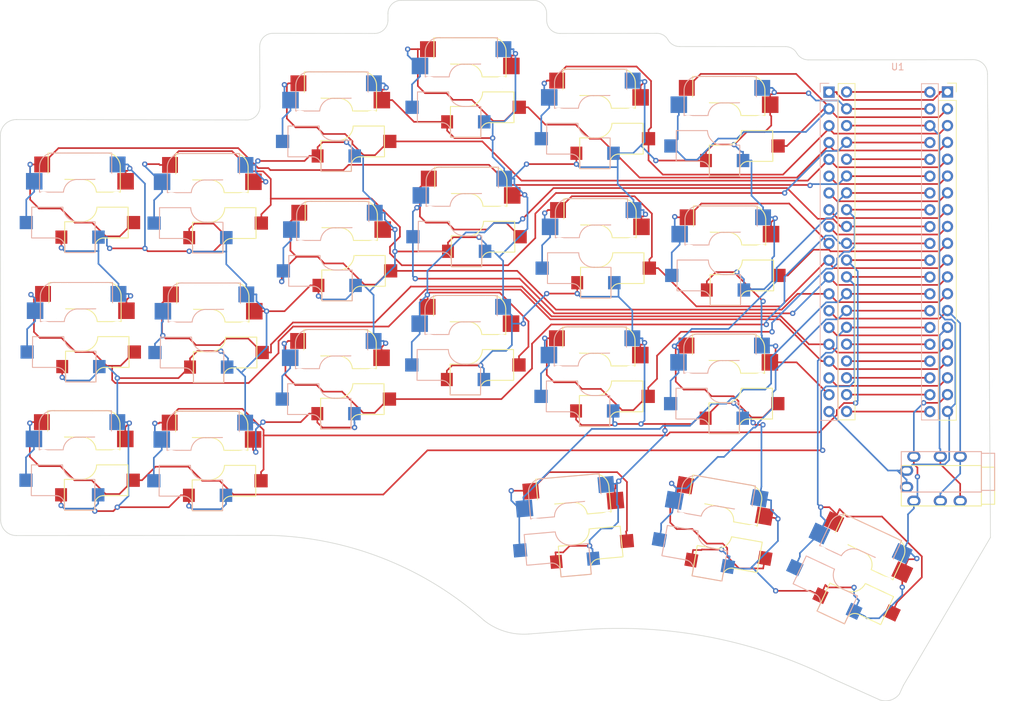
<source format=kicad_pcb>
(kicad_pcb (version 20221018) (generator pcbnew)
  (title_block (rev "rev1.0"))
  (layers (0 "F.Cu" signal) (31 "B.Cu" signal) (34 "B.Paste" user) (35 "F.Paste" user) (36 "B.SilkS" user "B.Silkscreen") (37 "F.SilkS" user "F.Silkscreen") (38 "B.Mask" user) (39 "F.Mask" user) (44 "Edge.Cuts" user))
  (net 0 "")
  (net 1 "+3V3")
  (net 2 "GND")
  (net 3 "/TX")
  (net 4 "/RX")
  (net 5 "/k00")
  (net 6 "/k01")
  (net 7 "/k02")
  (net 8 "/k03")
  (net 9 "/k04")
  (net 10 "/k05")
  (net 11 "/k10")
  (net 12 "/k11")
  (net 13 "/k12")
  (net 14 "/k13")
  (net 15 "/k14")
  (net 16 "/k15")
  (net 17 "/k20")
  (net 18 "/k21")
  (net 19 "/k22")
  (net 20 "/k23")
  (net 21 "/k24")
  (net 22 "/k25")
  (net 23 "/k30")
  (net 24 "/k31")
  (net 25 "/k32")
  (net 26 "unconnected-(U1-PB12-Pad1)")
  (net 27 "unconnected-(U1-PA9-Pad6)")
  (net 28 "unconnected-(U1-PA10-Pad7)")
  (net 29 "unconnected-(U1-PA11-Pad8)")
  (net 30 "unconnected-(U1-PA12-Pad9)")
  (net 31 "unconnected-(U1-5V-Pad18)")
  (net 32 "unconnected-(U1-VBat-Pad21)")
  (net 33 "unconnected-(U1-PC13-Pad22)")
  (net 34 "unconnected-(U1-PC14-Pad23)")
  (net 35 "unconnected-(U1-PC15-Pad24)")
  (net 36 "unconnected-(U1-RES-Pad25)")
  (net 37 "unconnected-(U1-PB2-Pad36)")
  (net 38 "unconnected-(U1-5V-Pad40)")
  (footprint "kora:MX_Choc_Hotswap_Mod" (layer "F.Cu") (at 189.93 90.744)
    (fp_text reference "K25" hide)
    (fp_text value "KEYSW" hide)
  )
  (footprint "kora:MX_Choc_Hotswap_Mod" (layer "F.Cu") (at 170.354 89.644)
    (fp_text reference "K24" hide)
    (fp_text value "KEYSW" hide)
  )
  (footprint "kora:MX_Choc_Hotswap_Mod" (layer "F.Cu") (at 111.867 102.39)
    (fp_text reference "K21" hide)
    (fp_text value "KEYSW" hide)
  )
  (footprint "kora:MX_Choc_Hotswap_Mod" (layer "F.Cu") (at 131.312 51.13)
    (fp_text reference "K02" hide)
    (fp_text value "KEYSW" hide)
  )
  (footprint "kora:MX_Choc_Hotswap_Mod" (layer "F.Cu") (at 92.731 82.944)
    (fp_text reference "K10" hide)
    (fp_text value "KEYSW" hide)
  )
  (footprint "kora:MX_Choc_Hotswap_Mod" (layer "F.Cu") (at 170.4 50.72)
    (fp_text reference "K04" hide)
    (fp_text value "KEYSW" hide)
  )
  (footprint "kora:MX_Choc_Hotswap_Mod" (layer "F.Cu") (at 131.44 70.684)
    (fp_text reference "K12" hide)
    (fp_text value "KEYSW" hide)
  )
  (footprint "kora:MX_Choc_Hotswap_Mod" (layer "F.Cu") (at 166.8464 112.2165 5)
    (fp_text reference "K30" hide)
    (fp_text value "KEYSW" hide)
  )
  (footprint "kora:MX_Choc_Hotswap_Mod" (layer "F.Cu") (at 111.913 63.466)
    (fp_text reference "K01" hide)
    (fp_text value "KEYSW" hide)
  )
  (footprint "kora:MX_Choc_Hotswap_Mod" (layer "F.Cu") (at 170.528 70.274)
    (fp_text reference "K14" hide)
    (fp_text value "KEYSW" hide)
  )
  (footprint "kora:MX_Choc_Hotswap_Mod" (layer "F.Cu") (at 150.83 84.898)
    (fp_text reference "K23" hide)
    (fp_text value "KEYSW" hide)
  )
  (footprint "kora:MX_Choc_Hotswap_Mod" (layer "F.Cu") (at 150.876 45.974)
    (fp_text reference "K03" hide)
    (fp_text value "KEYSW" hide)
  )
  (footprint "kora:MX_Choc_Hotswap_Mod" (layer "F.Cu") (at 131.266 90.054)
    (fp_text reference "K22" hide)
    (fp_text value "KEYSW" hide)
  )
  (footprint "Keebio-Parts:TRRS-PJ-320A" (layer "F.Cu") (at 228.78 106.844 -90)
    (fp_text reference "J1")
    (fp_text value "TRRS")
  )
  (footprint "kora:MX_Choc_Hotswap_Mod" (layer "F.Cu") (at 190.104 71.374)
    (fp_text reference "K15" hide)
    (fp_text value "KEYSW" hide)
  )
  (footprint "kora:MX_Choc_Hotswap_Mod" (layer "F.Cu") (at 209.5011 119.2801 -25)
    (fp_text reference "K32" hide)
    (fp_text value "KEYSW" hide)
  )
  (footprint "kora:MX_Choc_Hotswap_Mod" (layer "F.Cu") (at 112.041 83.02)
    (fp_text reference "K11" hide)
    (fp_text value "KEYSW" hide)
  )
  (footprint "Footprints:YAAJ_WeAct_BlackPill_2" (layer "F.Cu") (at 205.88 47.36)
    (fp_text reference "U1")
    (fp_text value "YAAJ_WeAct_BlackPill_Part_Like" hide)
  )
  (footprint "kora:MX_Choc_Hotswap_Mod" (layer "F.Cu") (at 189.976 51.82)
    (fp_text reference "K05" hide)
    (fp_text value "KEYSW" hide)
  )
  (footprint "kora:MX_Choc_Hotswap_Mod" (layer "F.Cu") (at 92.557 102.314)
    (fp_text reference "K20" hide)
    (fp_text value "KEYSW" hide)
  )
  (footprint "kora:MX_Choc_Hotswap_Mod" (layer "F.Cu") (at 151.004 65.528)
    (fp_text reference "K13" hide)
    (fp_text value "KEYSW" hide)
  )
  (footprint "kora:MX_Choc_Hotswap_Mod" (layer "F.Cu") (at 92.603 63.39)
    (fp_text reference "K00" hide)
    (fp_text value "KEYSW" hide)
  )
  (footprint "kora:MX_Choc_Hotswap_Mod" (layer "F.Cu") (at 188.75 112.75 -10)
    (fp_text reference "K31" hide)
    (fp_text value "KEYSW" hide)
  )
  (gr_arc (start 80.581324 53.95) (mid 81.289738 52.239738) (end 83 51.531324) (stroke (width 0.1)) (layer "Edge.Cuts"))
  (gr_arc (start 227.347137 42.487302) (mid 229 43.05) (end 229.702733 44.648359) (stroke (width 0.1)) (layer "Edge.Cuts"))
  (gr_arc (start 139.135784 35.51815) (mid 139.72157 34.103936) (end 141.135784 33.51815) (stroke (width 0.1)) (layer "Edge.Cuts"))
  (gr_arc (start 199.199998 40.513564) (mid 200.186152 40.782102) (end 200.899998 41.513564) (stroke (width 0.1)) (layer "Edge.Cuts"))
  (gr_line (start 119.764212 40.496578) (end 119.791403 49.585786) (stroke (width 0.1)) (layer "Edge.Cuts"))
  (gr_line (start 167.704751 128.667161) (end 160.404751 129.24216) (stroke (width 0.1)) (layer "Edge.Cuts"))
  (gr_line (start 83 51.531324) (end 117.635786 51.585786) (stroke (width 0.1)) (layer "Edge.Cuts"))
  (gr_line (start 83 114.369071) (end 121.406277 114.3389) (stroke (width 0.1)) (layer "Edge.Cuts"))
  (gr_line (start 229.702733 44.648359) (end 230.15 114.65) (stroke (width 0.1)) (layer "Edge.Cuts"))
  (gr_arc (start 121.406277 114.3389) (mid 138.665303 117.918376) (end 153.654751 127.19216) (stroke (width 0.1)) (layer "Edge.Cuts"))
  (gr_arc (start 179.749998 38.500002) (mid 180.736152 38.76854) (end 181.449998 39.500002) (stroke (width 0.1)) (layer "Edge.Cuts"))
  (gr_arc (start 139.135784 36.51815) (mid 138.549998 37.932364) (end 137.135784 38.51815) (stroke (width 0.1)) (layer "Edge.Cuts"))
  (gr_arc (start 216.399999 138.3) (mid 215.054097 139.230086) (end 213.418619 139.188607) (stroke (width 0.1)) (layer "Edge.Cuts"))
  (gr_line (start 121.764212 38.496578) (end 137.135784 38.51815) (stroke (width 0.1)) (layer "Edge.Cuts"))
  (gr_line (start 80.581324 53.95) (end 80.630929 112) (stroke (width 0.1)) (layer "Edge.Cuts"))
  (gr_arc (start 167.704751 128.667161) (mid 187.364548 129.631493) (end 206.03415 135.86716) (stroke (width 0.1)) (layer "Edge.Cuts"))
  (gr_arc (start 119.791403 49.585786) (mid 119.149908 51.056049) (end 117.635786 51.585786) (stroke (width 0.1)) (layer "Edge.Cuts"))
  (gr_line (start 139.135784 35.51815) (end 139.135784 36.51815) (stroke (width 0.1)) (layer "Edge.Cuts"))
  (gr_arc (start 160.404751 129.24216) (mid 156.835715 128.856058) (end 153.654751 127.19216) (stroke (width 0.1)) (layer "Edge.Cuts"))
  (gr_arc (start 161.114212 33.51815) (mid 162.528426 34.103936) (end 163.114212 35.51815) (stroke (width 0.1)) (layer "Edge.Cuts"))
  (gr_arc (start 183.2 40.5) (mid 182.192221 40.232364) (end 181.449998 39.500002) (stroke (width 0.1)) (layer "Edge.Cuts"))
  (gr_line (start 163.114212 35.51815) (end 163.114212 36.51815) (stroke (width 0.1)) (layer "Edge.Cuts"))
  (gr_line (start 202.65 42.513562) (end 227.347137 42.487302) (stroke (width 0.1)) (layer "Edge.Cuts"))
  (gr_arc (start 119.764212 40.496578) (mid 120.349998 39.082364) (end 121.764212 38.496578) (stroke (width 0.1)) (layer "Edge.Cuts"))
  (gr_line (start 141.135784 33.51815) (end 161.114212 33.51815) (stroke (width 0.1)) (layer "Edge.Cuts"))
  (gr_arc (start 83 114.369071) (mid 81.324814 113.675186) (end 80.630929 112) (stroke (width 0.1)) (layer "Edge.Cuts"))
  (gr_line (start 230.15 114.65) (end 217 137) (stroke (width 0.1)) (layer "Edge.Cuts"))
  (gr_line (start 206.03415 135.86716) (end 213.418619 139.188607) (stroke (width 0.1)) (layer "Edge.Cuts"))
  (gr_line (start 179.749998 38.500002) (end 165.114212 38.51815) (stroke (width 0.1)) (layer "Edge.Cuts"))
  (gr_line (start 217 137) (end 216.4 138.3) (stroke (width 0.1)) (layer "Edge.Cuts"))
  (gr_arc (start 202.65 42.513562) (mid 201.642221 42.245926) (end 200.899998 41.513564) (stroke (width 0.1)) (layer "Edge.Cuts"))
  (gr_line (start 183.2 40.5) (end 199.199998 40.513564) (stroke (width 0.1)) (layer "Edge.Cuts"))
  (gr_arc (start 165.114212 38.51815) (mid 163.699998 37.932364) (end 163.114212 36.51815) (stroke (width 0.1)) (layer "Edge.Cuts"))
  (segment (start 208.42 52.44) (end 220.98 52.44) (width 0.25) (layer "F.Cu") (net 1))
  (segment (start 220.98 52.44) (end 221 52.46) (width 0.25) (layer "F.Cu") (net 1))
  (segment (start 224.847 82.3243) (end 224.847 94.433) (width 0.25) (layer "B.Cu") (net 1))
  (segment (start 223.922 102.954) (end 223.252 103.624) (width 0.25) (layer "B.Cu") (net 1))
  (segment (start 214.664 104.544) (end 216.072 104.544) (width 0.25) (layer "B.Cu") (net 1))
  (segment (start 224.266 81.7431) (end 224.847 82.3243) (width 0.25) (layer "B.Cu") (net 1))
  (segment (start 216.072 104.544) (end 217.48 104.544) (width 0.25) (layer "B.Cu") (net 1))
  (segment (start 223.252 103.624) (end 218.4 103.624) (width 0.25) (layer "B.Cu") (net 1))
  (segment (start 217.48 107.044) (end 217.48 105.917) (width 0.25) (layer "B.Cu") (net 1))
  (segment (start 223.297 81.7431) (end 224.266 81.7431) (width 0.25) (layer "B.Cu") (net 1))
  (segment (start 222.435 53.8946) (end 222.435 80.8806) (width 0.25) (layer "B.Cu") (net 1))
  (segment (start 222.435 80.8806) (end 223.297 81.7431) (width 0.25) (layer "B.Cu") (net 1))
  (segment (start 217.48 105.917) (end 217.445 105.917) (width 0.25) (layer "B.Cu") (net 1))
  (segment (start 205.76 95.64) (end 214.664 104.544) (width 0.25) (layer "B.Cu") (net 1))
  (segment (start 218.4 103.624) (end 217.48 104.544) (width 0.25) (layer "B.Cu") (net 1))
  (segment (start 223.922 95.8825) (end 223.922 102.954) (width 0.25) (layer "B.Cu") (net 1))
  (segment (start 221 52.46) (end 222.435 53.8946) (width 0.25) (layer "B.Cu") (net 1))
  (segment (start 224.847 94.433) (end 223.66 95.62) (width 0.25) (layer "B.Cu") (net 1))
  (segment (start 217.445 105.917) (end 216.072 104.544) (width 0.25) (layer "B.Cu") (net 1))
  (segment (start 223.66 95.62) (end 223.922 95.8825) (width 0.25) (layer "B.Cu") (net 1))
  (segment (start 159.573 62.8963) (end 159.481 62.988) (width 0.25) (layer "F.Cu") (net 2))
  (segment (start 173.424 108.2305) (end 173.4988 108.3053) (width 0.25) (layer "F.Cu") (net 2))
  (segment (start 187.176 56.3931) (end 188.255 55.3143) (width 0.25) (layer "F.Cu") (net 2))
  (segment (start 148.076 53.2009) (end 149.199 54.3238) (width 0.25) (layer "F.Cu") (net 2))
  (segment (start 185.903 96.644) (end 185.034 97.5136) (width 0.25) (layer "F.Cu") (net 2))
  (segment (start 196.876 50.8569) (end 196.876 49.28) (width 0.25) (layer "F.Cu") (net 2))
  (segment (start 127.239 95.954) (end 125.96 97.2332) (width 0.25) (layer "F.Cu") (net 2))
  (segment (start 109.172 71.4793) (end 109.113 71.4199) (width 0.25) (layer "F.Cu") (net 2))
  (segment (start 139.789 48.59) (end 143.073 51.874) (width 0.25) (layer "F.Cu") (net 2))
  (segment (start 148.204 71.3034) (end 148.204 70.1011) (width 0.25) (layer "F.Cu") (net 2))
  (segment (start 118.941 80.48) (end 120.798 80.48) (width 0.25) (layer "F.Cu") (net 2))
  (segment (start 186.932 96.644) (end 189.213 94.3632) (width 0.25) (layer "F.Cu") (net 2))
  (segment (start 218.58 103.571) (end 218.58 102.444) (width 0.25) (layer "F.Cu") (net 2))
  (segment (start 129.263 54.9517) (end 132.876 54.9517) (width 0.25) (layer "F.Cu") (net 2))
  (segment (start 157.73 82.358) (end 159.594 82.358) (width 0.25) (layer "F.Cu") (net 2))
  (segment (start 197.631 66.4387) (end 197.004 67.0655) (width 0.25) (layer "F.Cu") (net 2))
  (segment (start 149 69.3052) (end 152.89 69.3052) (width 0.25) (layer "F.Cu") (net 2))
  (segment (start 191.85 75.037) (end 195.803 78.9892) (width 0.25) (layer "F.Cu") (net 2))
  (segment (start 98.2474 110.085) (end 97.6563 110.676) (width 0.25) (layer "F.Cu") (net 2))
  (segment (start 220.054 94.319) (end 222.421 94.319) (width 0.25) (layer "F.Cu") (net 2))
  (segment (start 196.06 53.395) (end 197.04 52.4149) (width 0.25) (layer "F.Cu") (net 2))
  (segment (start 128.64 76.584) (end 127.413 76.584) (width 0.25) (layer "F.Cu") (net 2))
  (segment (start 148.83 88.6706) (end 148.03 89.4711) (width 0.25) (layer "F.Cu") (net 2))
  (segment (start 173.424 108.2305) (end 173.499 109.085) (width 0.25) (layer "F.Cu") (net 2))
  (segment (start 159.481 62.988) (end 157.904 62.988) (width 0.25) (layer "F.Cu") (net 2))
  (segment (start 177.3 48.18) (end 177.3 46.424) (width 0.25) (layer "F.Cu") (net 2))
  (segment (start 138.212 48.59) (end 138.212 47.0131) (width 0.25) (layer "F.Cu") (net 2))
  (segment (start 128.64 78.192) (end 128.64 76.584) (width 0.25) (layer "F.Cu") (net 2))
  (segment (start 138.34 68.144) (end 140.193 68.144) (width 0.25) (layer "F.Cu") (net 2))
  (segment (start 138.212 47.0131) (end 138.548 47.0131) (width 0.25) (layer "F.Cu") (net 2))
  (segment (start 173.349 107.376) (end 173.424 108.2305) (width 0.25) (layer "F.Cu") (net 2))
  (segment (start 153.144 88.6706) (end 148.83 88.6706) (width 0.25) (layer "F.Cu") (net 2))
  (segment (start 216.828 122.167) (end 216.828 121.0305) (width 0.25) (layer "F.Cu") (net 2))
  (segment (start 177.608 85.5271) (end 177.895 85.2406) (width 0.25) (layer "F.Cu") (net 2))
  (segment (start 197.004 67.0655) (end 197.004 68.834) (width 0.25) (layer "F.Cu") (net 2))
  (segment (start 186.559 116.484) (end 189.527 116.484) (width 0.25) (layer "F.Cu") (net 2))
  (segment (start 218.881 117.841) (end 219.026 117.841) (width 0.25) (layer "F.Cu") (net 2))
  (segment (start 177.428 66.1571) (end 177.428 67.734) (width 0.25) (layer "F.Cu") (net 2))
  (segment (start 219.121 105.481) (end 219.121 104.112) (width 0.25) (layer "F.Cu") (net 2))
  (segment (start 200.864 88.204) (end 205.76 93.1) (width 0.25) (layer "F.Cu") (net 2))
  (segment (start 174 106.142) (end 173.499 106.643) (width 0.25) (layer "F.Cu") (net 2))
  (segment (start 148.03 89.4711) (end 148.03 90.798) (width 0.25) (layer "F.Cu") (net 2))
  (segment (start 165.606 116.909) (end 166.594 115.922) (width 0.25) (layer "F.Cu") (net 2))
  (segment (start 197.89 111.846) (end 198.044 111.846) (width 0.25) (layer "F.Cu") (net 2))
  (segment (start 173.499 107.227) (end 173.349 107.376) (width 0.25) (layer "F.Cu") (net 2))
  (segment (start 173.4988 108.3053) (end 173.4988 109.0848) (width 0.25) (layer "F.Cu") (net 2))
  (segment (start 219.121 104.112) (end 218.58 103.571) (width 0.25) (layer "F.Cu") (net 2))
  (segment (start 177.366 97.5136) (end 173.419 97.5136) (width 0.25) (layer "F.Cu") (net 2))
  (segment (start 188.255 55.3143) (end 191.42 55.3143) (width 0.25) (layer "F.Cu") (net 2))
  (segment (start 143.073 51.874) (end 148.076 51.874) (width 0.25) (layer "F.Cu") (net 2))
  (segment (start 197.327 47.7031) (end 197.486 47.5438) (width 0.25) (layer "F.Cu") (net 2))
  (segment (start 194.618 97.6403) (end 194.303 97.3257) (width 0.25) (layer "F.Cu") (net 2))
  (segment (start 216.828 121.0305) (end 216.8281 121.0304) (width 0.25) (layer "F.Cu") (net 2))
  (segment (start 187.304 75.9471) (end 188.673 74.5784) (width 0.25) (layer "F.Cu") (net 2))
  (segment (start 196.876 49.28) (end 196.876 47.7031) (width 0.25) (layer "F.Cu") (net 2))
  (segment (start 148.204 70.1011) (end 149 69.3052) (width 0.25) (layer "F.Cu") (net 2))
  (segment (start 186.488 116.554) (end 186.559 116.484) (width 0.25) (layer "F.Cu") (net 2))
  (segment (start 157.776 41.8571) (end 158.114 41.8571) (width 0.25) (layer "F.Cu") (net 2))
  (segment (start 158.114 41.8571) (end 158.396 41.5752) (width 0.25) (layer "F.Cu") (net 2))
  (segment (start 189.213 94.3632) (end 191.351 94.3632) (width 0.25) (layer "F.Cu") (net 2))
  (segment (start 148.204 71.428) (end 148.204 71.3034) (width 0.25) (layer "F.Cu") (net 2))
  (segment (start 195.986 111.447) (end 196.8995 111.608) (width 0.25) (layer "F.Cu") (net 2))
  (segment (start 138.212 48.59) (end 139.789 48.59) (width 0.25) (layer "F.Cu") (net 2))
  (segment (start 109.067 108.29) (end 107.84 108.29) (width 0.25) (layer "F.Cu") (net 2))
  (segment (start 218.777 117.945) (end 218.881 117.841) (width 0.25) (layer "F.Cu") (net 2))
  (segment (start 148.204 71.3034) (end 148.051 71.456) (width 0.25) (layer "F.Cu") (net 2))
  (segment (start 187.13 96.644) (end 186.932 96.644) (width 0.25) (layer "F.Cu") (net 2))
  (segment (start 125.96 97.2332) (end 120.255 97.2332) (width 0.25) (layer "F.Cu") (net 2))
  (segment (start 188.673 74.5784) (end 191.85 74.5784) (width 0.25) (layer "F.Cu") (net 2))
  (segment (start 191.85 74.5784) (end 191.85 75.037) (width 0.25) (layer "F.Cu") (net 2))
  (segment (start 138.166 87.514) (end 138.166 85.9371) (width 0.25) (layer "F.Cu") (net 2))
  (segment (start 164.5085 117.6235) (end 164.5713 117.6863) (width 0.25) (layer "F.Cu") (net 2))
  (segment (start 197.69 88.204) (end 200.864 88.204) (width 0.25) (layer "F.Cu") (net 2))
  (segment (start 128.466 95.954) (end 127.239 95.954) (width 0.25) (layer "F.Cu") (net 2))
  (segment (start 138.548 47.0131) (end 138.853 46.709) (width 0.25) (layer "F.Cu") (net 2))
  (segment (start 178.034 65.8447) (end 177.721 66.1571) (width 0.25) (layer "F.Cu") (net 2))
  (segment (start 197.486 47.5438) (end 202.676 47.5438) (width 0.25) (layer "F.Cu") (net 2))
  (segment (start 126.532 57.7827) (end 119.489 57.7827) (width 0.25) (layer "F.Cu") (net 2))
  (segment (start 102.427 70.9896) (end 97.1027 70.9896) (width 0.25) (layer "F.Cu") (net 2))
  (segment (start 168.366 97.6834) (end 173.249 97.6834) (width 0.25) (layer "F.Cu") (net 2))
  (segment (start 149.199 54.3238) (end 154.953 54.3238) (width 0.25) (layer "F.Cu") (net 2))
  (segment (start 106.045 110.085) (end 98.2474 110.085) (width 0.25) (layer "F.Cu") (net 2))
  (segment (start 112.78 67.2446) (end 114.002 68.4669) (width 0.25) (layer "F.Cu") (net 2))
  (segment (start 109.241 88.8282) (end 109.241 87.5931) (width 0.25) (layer "F.Cu") (net 2))
  (segment (start 177.721 66.1571) (end 177.428 66.1571) (width 0.25) (layer "F.Cu") (net 2))
  (segment (start 99.457 97.9919) (end 100.065 97.3841) (width 0.25) (layer "F.Cu") (net 2))
  (segment (start 164.571 118.338) (end 164.5085 117.6235) (width 0.25) (layer "F.Cu") (net 2))
  (segment (start 128.466 97.2809) (end 128.466 95.954) (width 0.25) (layer "F.Cu") (net 2))
  (segment (start 187.304 77.274) (end 187.304 75.9471) (width 0.25) (layer "F.Cu") (net 2))
  (segment (start 112.754 71.4793) (end 109.172 71.4793) (width 0.25) (layer "F.Cu") (net 2))
  (segment (start 177.254 85.5271) (end 177.608 85.5271) (width 0.25) (layer "F.Cu") (net 2))
  (segment (start 148.076 51.874) (end 148.076 53.2009) (width 0.25) (layer "F.Cu") (net 2))
  (segment (start 118.813 60.926) (end 120.671 60.926) (width 0.25) (layer "F.Cu") (net 2))
  (segment (start 184.968 118.074) (end 184.968 118.0742) (width 0.25) (layer "F.Cu") (net 2))
  (segment (start 185.236 116.554) (end 186.488 116.554) (width 0.25) (layer "F.Cu") (net 2))
  (segment (start 205.22 121.837) (end 205.587 122.204) (width 0.25) (layer "F.Cu") (net 2))
  (segment (start 118.767 99.85) (end 118.767 101.427) (width 0.25) (layer "F.Cu") (net 2))
  (segment (start 196.876 47.7031) (end 197.327 47.7031) (width 0.25) (layer "F.Cu") (net 2))
  (segment (start 138.167 85.9371) (end 138.785 85.3191) (width 0.25) (layer "F.Cu") (net 2))
  (segment (start 89.803 70.9045) (end 89.803 69.29) (width 0.25) (layer "F.Cu") (net 2))
  (segment (start 109.113 69.366) (end 109.113 68.0391) (width 0.25) (layer "F.Cu") (net 2))
  (segment (start 217.737 117.945) (end 218.777 117.945) (width 0.25) (layer "F.Cu") (net 2))
  (segment (start 173.499 106.643) (end 173.499 107.227) (width 0.25) (layer "F.Cu") (net 2))
  (segment (start 128.512 57.03) (end 128.512 55.7031) (width 0.25) (layer "F.Cu") (net 2))
  (segment (start 221 49.92) (end 208.44 49.92) (width 0.25) (layer "F.Cu") (net 2))
  (segment (start 197.04 52.4149) (end 197.04 51.0214) (width 0.25) (layer "F.Cu") (net 2))
  (segment (start 114.002 70.2312) (end 112.754 71.4793) (width 0.25) (layer "F.Cu") (net 2))
  (segment (start 109.241 88.92) (end 109.241 88.8282) (width 0.25) (layer "F.Cu") (net 2))
  (segment (start 202.92 122.721) (end 204.47 123.444) (width 0.25) (layer "F.Cu") (net 2))
  (segment (start 204.47 123.444) (end 205.22 121.837) (width 0.25) (layer "F.Cu") (net 2))
  (segment (start 159.786 62.8963) (end 159.573 62.8963) (width 0.25) (layer "F.Cu") (net 2))
  (segment (start 99.503 60.85) (end 99.503 59.2731) (width 0.25) (layer "F.Cu") (net 2))
  (segment (start 196.1474 111.608) (end 195.9862 111.4468) (width 0.25) (layer "F.Cu") (net 2))
  (segment (start 167.554 95.544) (end 167.554 96.8709) (width 0.25) (layer "F.Cu") (net 2))
  (segment (start 160.065 58.2585) (end 167.6 58.2585) (width 0.25) (layer "F.Cu") (net 2))
  (segment (start 89.757 109.823) (end 89.757 108.214) (width 0.25) (layer "F.Cu") (net 2))
  (segment (start 180.984 97.5136) (end 177.366 97.5136) (width 0.25) (layer "F.Cu") (net 2))
  (segment (start 193.339 53.395) (end 196.06 53.395) (width 0.25) (layer "F.Cu") (net 2))
  (segment (start 186.932 96.644) (end 185.903 96.644) (width 0.25) (layer "F.Cu") (net 2))
  (segment (start 167.554 96.8709) (end 168.366 97.6834) (width 0.25) (layer "F.Cu") (net 2))
  (segment (start 99.457 99.774) (end 99.457 97.9919) (width 0.25) (layer "F.Cu") (net 2))
  (segment (start 109.241 87.5931) (end 110.331 86.5028) (width 0.25) (layer "F.Cu") (net 2))
  (segment (start 102.427 70.9896) (end 102.858 71.4199) (width 0.25) (layer "F.Cu") (net 2))
  (segment (start 128.512 55.7031) (end 129.263 54.9517) (width 0.25) (layer "F.Cu") (net 2))
  (segment (start 164.5713 117.6863) (end 164.5713 118.3381) (width 0.25) (layer "F.Cu") (net 2))
  (segment (start 109.908 67.2446) (end 112.78 67.2446) (width 0.25) (layer "F.Cu") (net 2))
  (segment (start 134.092 98.0481) (end 129.233 98.0481) (width 0.25) (layer "F.Cu") (net 2))
  (segment (start 148.051 71.456) (end 140.193 71.456) (width 0.25) (layer "F.Cu") (net 2))
  (segment (start 196.83 88.204) (end 197.69 88.204) (width 0.25) (layer "F.Cu") (net 2))
  (segment (start 222.421 94.319) (end 223.66 93.08) (width 0.25) (layer "F.Cu") (net 2))
  (segment (start 99.503 59.2731) (end 99.7827 59.2731) (width 0.25) (layer "F.Cu") (net 2))
  (segment (start 123.517 80.48) (end 120.798 80.48) (width 0.25) (layer "F.Cu") (net 2))
  (segment (start 109.067 109.898) (end 109.067 108.29) (width 0.25) (layer "F.Cu") (net 2))
  (segment (start 138.166 85.9371) (end 138.167 85.9371) (width 0.25) (layer "F.Cu") (net 2))
  (segment (start 164.5085 117.6235) (end 164.446 116.909) (width 0.25) (layer "F.Cu") (net 2))
  (segment (start 195.78 97.6403) (end 194.618 97.6403) (width 0.25) (layer "F.Cu") (net 2))
  (segment (start 118.767 101.427) (end 119.101 101.761) (width 0.25) (layer "F.Cu") (net 2))
  (segment (start 128.512 57.03) (end 127.285 57.03) (width 0.25) (layer "F.Cu") (net 2))
  (segment (start 191.42 55.3143) (end 193.339 53.395) (width 0.25) (layer "F.Cu") (net 2))
  (segment (start 127.285 57.03) (end 126.532 57.7827) (width 0.25) (layer "F.Cu") (net 2))
  (segment (start 167.728 77.8149) (end 167.728 76.174) (width 0.25) (layer "F.Cu") (net 2))
  (segment (start 177.254 87.104) (end 177.254 85.5271) (width 0.25) (layer "F.Cu") (net 2))
  (segment (start 197.04 51.0214) (end 196.876 50.8569) (width 0.25) (layer "F.Cu") (net 2))
  (segment (start 173.249 97.6834) (end 173.419 97.5136) (width 0.25) (layer "F.Cu") (net 2))
  (segment (start 110.331 86.5028) (end 113.877 86.5028) (width 0.25) (layer "F.Cu") (net 2))
  (segment (start 129.233 98.0481) (end 128.466 97.2809) (width 0.25) (layer "F.Cu") (net 2))
  (segment (start 177.3 46.424) (end 177.91 45.8137) (width 0.25) (layer "F.Cu") (net 2))
  (segment (start 196.8995 111.608) (end 196.1474 111.608) (width 0.25) (layer "F.Cu") (net 2))
  (segment (start 127.413 76.584) (end 123.517 80.48) (width 0.25) (layer "F.Cu") (net 2))
  (segment (start 196.8995 111.608) (end 197.813 111.769) (width 0.25) (layer "F.Cu") (net 2))
  (segment (start 166.594 115.922) (end 169.601 115.922) (width 0.25) (layer "F.Cu") (net 2))
  (segment (start 89.931 90.4716) (end 89.931 88.844) (width 0.25) (layer "F.Cu") (net 2))
  (segment (start 167.6 58.2585) (end 167.6 56.62) (width 0.25) (layer "F.Cu") (net 2))
  (segment (start 184.968 118.074) (end 185.236 116.554) (width 0.25) (layer "F.Cu") (net 2))
  (segment (start 107.486 90.5835) (end 98.257 90.5835) (width 0.25) (layer "F.Cu") (net 2))
  (segment (start 164.446 116.909) (end 165.606 116.909) (width 0.25) (layer "F.Cu") (net 2))
  (segment (start 97.6563 110.676) (end 94.858 110.676) (width 0.25) (layer "F.Cu") (net 2))
  (segment (start 157.776 43.434) (end 157.776 41.8571) (width 0.25) (layer "F.Cu") (net 2))
  (segment (start 205.587 122.204) (end 209.541 122.204) (width 0.25) (layer "F.Cu") (net 2))
  (segment (start 167.728 77.8149) (end 163.119 77.8149) (width 0.25) (layer "F.Cu") (net 2))
  (segment (start 187.176 57.72) (end 187.176 56.3931) (width 0.25) (layer "F.Cu") (net 2))
  (segment (start 109.241 88.8282) (end 107.486 90.5835) (width 0.25) (layer "F.Cu") (net 2))
  (segment (start 216.8281 121.0304) (end 216.8281 119.8941) (width 0.25) (layer "F.Cu") (net 2))
  (segment (start 100.252 78.1647) (end 99.631 78.7858) (width 0.25) (layer "F.Cu") (net 2))
  (segment (start 119.101 101.761) (end 119.173 101.761) (width 0.25) (layer "F.Cu") (net 2))
  (segment (start 99.631 78.7858) (end 99.631 80.404) (width 0.25) (layer "F.Cu") (net 2))
  (segment (start 197.813 111.769) (end 197.89 111.846) (width 0.25) (layer "F.Cu") (net 2))
  (segment (start 109.113 68.0391) (end 109.908 67.2446) (width 0.25) (layer "F.Cu") (net 2))
  (segment (start 208.44 49.92) (end 208.42 49.9) (width 0.25) (layer "F.Cu") (net 2))
  (segment (start 216.828 119.894) (end 217.737 117.945) (width 0.25) (layer "F.Cu") (net 2))
  (segment (start 179.603 57.72) (end 187.176 57.72) (width 0.25) (layer "F.Cu") (net 2))
  (segment (start 114.002 68.4669) (end 114.002 70.2312) (width 0.25) (layer "F.Cu") (net 2))
  (segment (start 216.828 121.0305) (end 216.828 119.894) (width 0.25) (layer "F.Cu") (net 2))
  (segment (start 107.84 108.29) (end 106.045 110.085) (width 0.25) (layer "F.Cu") (net 2))
  (segment (start 180.984 97.5136) (end 180.984 98.5187) (width 0.25) (layer "F.Cu") (net 2))
  (segment (start 99.7827 59.2731) (end 100.135 58.9207) (width 0.25) (layer "F.Cu") (net 2))
  (segment (start 197.703 122.721) (end 202.92 122.721) (width 0.25) (layer "F.Cu") (net 2))
  (segment (start 197.486 47.5438) (end 197.486 47.4244) (width 0.25) (layer "F.Cu") (net 2))
  (segment (start 102.858 71.4199) (end 109.113 71.4199) (width 0.25) (layer "F.Cu") (net 2))
  (segment (start 197.69 88.204) (end 197.69 85.7394) (width 0.25) (layer "F.Cu") (net 2))
  (segment (start 185.034 97.5136) (end 180.984 97.5136) (width 0.25) (layer "F.Cu") (net 2))
  (via (at 98.257 90.5835) (size 0.8) (drill 0.4) (layers "F.Cu" "B.Cu") (net 2))
  (via (at 140.193 71.456) (size 0.8) (drill 0.4) (layers "F.Cu" "B.Cu") (net 2))
  (via (at 163.119 77.8149) (size 0.8) (drill 0.4) (layers "F.Cu" "B.Cu") (net 2))
  (via (at 140.193 68.144) (size 0.8) (drill 0.4) (layers "F.Cu" "B.Cu") (net 2))
  (via (at 89.803 70.9045) (size 0.8) (drill 0.4) (layers "F.Cu" "B.Cu") (net 2))
  (via (at 102.427 70.9896) (size 0.8) (drill 0.4) (layers "F.Cu" "B.Cu") (net 2))
  (via (at 89.931 90.4716) (size 0.8) (drill 0.4) (layers "F.Cu" "B.Cu") (net 2))
  (via (at 195.78 97.6403) (size 0.8) (drill 0.4) (layers "F.Cu" "B.Cu") (net 2))
  (via (at 159.594 82.358) (size 0.8) (drill 0.4) (layers "F.Cu" "B.Cu") (net 2))
  (via (at 109.113 71.4199) (size 0.8) (drill 0.4) (layers "F.Cu" "B.Cu") (net 2))
  (via (at 134.092 98.0481) (size 0.8) (drill 0.4) (layers "F.Cu" "B.Cu") (net 2))
  (via (at 160.065 58.2585) (size 0.8) (drill 0.4) (layers "F.Cu" "B.Cu") (net 2))
  (via (at 197.69 85.7394) (size 0.8) (drill 0.4) (layers "F.Cu" "B.Cu") (net 2))
  (via (at 128.64 78.192) (size 0.8) (drill 0.4) (layers "F.Cu" "B.Cu") (net 2))
  (via (at 169.601 115.922) (size 0.8) (drill 0.4) (layers "F.Cu" "B.Cu") (net 2))
  (via (at 167.6 58.2585) (size 0.8) (drill 0.4) (layers "F.Cu" "B.Cu") (net 2))
  (via (at 191.85 74.5784) (size 0.8) (drill 0.4) (layers "F.Cu" "B.Cu") (net 2))
  (via (at 120.255 97.2332) (size 0.8) (drill 0.4) (layers "F.Cu" "B.Cu") (net 2))
  (via (at 94.858 110.676) (size 0.8) (drill 0.4) (layers "F.Cu" "B.Cu") (net 2))
  (via (at 100.135 58.9207) (size 0.8) (drill 0.4) (layers "F.Cu" "B.Cu") (net 2))
  (via (at 197.703 122.721) (size 0.8) (drill 0.4) (layers "F.Cu" "B.Cu") (net 2))
  (via (at 177.91 45.8137) (size 0.8) (drill 0.4) (layers "F.Cu" "B.Cu") (net 2))
  (via (at 100.252 78.1647) (size 0.8) (drill 0.4) (layers "F.Cu" "B.Cu") (net 2))
  (via (at 177.366 97.5136) (size 0.8) (drill 0.4) (layers "F.Cu" "B.Cu") (net 2))
  (via (at 216.828 122.167) (size 0.8) (drill 0.4) (layers "F.Cu" "B.Cu") (net 2))
  (via (at 120.798 80.48) (size 0.8) (drill 0.4) (layers "F.Cu" "B.Cu") (net 2))
  (via (at 167.728 77.8149) (size 0.8) (drill 0.4) (layers "F.Cu" "B.Cu") (net 2))
  (via (at 120.671 60.926) (size 0.8) (drill 0.4) (layers "F.Cu" "B.Cu") (net 2))
  (via (at 138.785 85.3191) (size 0.8) (drill 0.4) (layers "F.Cu" "B.Cu") (net 2))
  (via (at 153.144 88.6706) (size 0.8) (drill 0.4) (layers "F.Cu" "B.Cu") (net 2))
  (via (at 158.396 41.5752) (size 0.8) (drill 0.4) (layers "F.Cu" "B.Cu") (net 2))
  (via (at 173.419 97.5136) (size 0.8) (drill 0.4) (layers "F.Cu" "B.Cu") (net 2))
  (via (at 89.757 109.823) (size 0.8) (drill 0.4) (layers "F.Cu" "B.Cu") (net 2))
  (via (at 202.676 47.5438) (size 0.8) (drill 0.4) (layers "F.Cu" "B.Cu") (net 2))
  (via (at 100.065 97.3841) (size 0.8) (drill 0.4) (layers "F.Cu" "B.Cu") (net 2))
  (via (at 109.067 109.898) (size 0.8) (drill 0.4) (layers "F.Cu" "B.Cu") (net 2))
  (via (at 191.351 94.3632) (size 0.8) (drill 0.4) (layers "F.Cu" "B.Cu") (net 2))
  (via (at 219.026 117.841) (size 0.8) (drill 0.4) (layers "F.Cu" "B.Cu") (net 2))
  (via (at 191.42 55.3143) (size 0.8) (drill 0.4) (layers "F.Cu" "B.Cu") (net 2))
  (via (at 220.054 94.319) (size 0.8) (drill 0.4) (layers "F.Cu" "B.Cu") (net 2))
  (via (at 138.853 46.709) (size 0.8) (drill 0.4) (layers "F.Cu" "B.Cu") (net 2))
  (via (at 97.1027 70.9896) (size 0.8) (drill 0.4) (layers "F.Cu" "B.Cu") (net 2))
  (via (at 179.603 57.72) (size 0.8) (drill 0.4) (layers "F.Cu" "B.Cu") (net 2))
  (via (at 195.803 78.9892) (size 0.8) (drill 0.4) (layers "F.Cu" "B.Cu") (net 2))
  (via (at 132.876 54.9517) (size 0.8) (drill 0.4) (layers "F.Cu" "B.Cu") (net 2))
  (via (at 159.786 62.8963) (size 0.8) (drill 0.4) (layers "F.Cu" "B.Cu") (net 2))
  (via (at 189.527 116.484) (size 0.8) (drill 0.4) (layers "F.Cu" "B.Cu") (net 2))
  (via (at 180.984 98.5187) (size 0.8) (drill 0.4) (layers "F.Cu" "B.Cu") (net 2))
  (via (at 154.953 54.3238) (size 0.8) (drill 0.4) (layers "F.Cu" "B.Cu") (net 2))
  (via (at 152.89 69.3052) (size 0.8) (drill 0.4) (layers "F.Cu" "B.Cu") (net 2))
  (via (at 98.2474 110.085) (size 0.8) (drill 0.4) (layers "F.Cu" "B.Cu") (net 2))
  (via (at 174 106.142) (size 0.8) (drill 0.4) (layers "F.Cu" "B.Cu") (net 2))
  (via (at 178.034 65.8447) (size 0.8) (drill 0.4) (layers "F.Cu" "B.Cu") (net 2))
  (via (at 219.121 105.481) (size 0.8) (drill 0.4) (layers "F.Cu" "B.Cu") (net 2))
  (via (at 119.489 57.7827) (size 0.8) (drill 0.4) (layers "F.Cu" "B.Cu") (net 2))
  (via (at 197.486 47.4244) (size 0.8) (drill 0.4) (layers "F.Cu" "B.Cu") (net 2))
  (via (at 119.173 101.761) (size 0.8) (drill 0.4) (layers "F.Cu" "B.Cu") (net 2))
  (via (at 209.541 122.204) (size 0.8) (drill 0.4) (layers "F.Cu" "B.Cu") (net 2))
  (via (at 177.895 85.2406) (size 0.8) (drill 0.4) (layers "F.Cu" "B.Cu") (net 2))
  (via (at 194.303 97.3257) (size 0.8) (drill 0.4) (layers "F.Cu" "B.Cu") (net 2))
  (via (at 197.631 66.4387) (size 0.8) (drill 0.4) (layers "F.Cu" "B.Cu") (net 2))
  (via (at 113.877 86.5028) (size 0.8) (drill 0.4) (layers "F.Cu" "B.Cu") (net 2))
  (via (at 198.044 111.846) (size 0.8) (drill 0.4) (layers "F.Cu" "B.Cu") (net 2))
  (segment (start 177.8 45.8136) (end 177.91 45.8136) (width 0.25) (layer "B.Cu") (net 2))
  (segment (start 138.493 84.974) (end 138.493 85.0269) (width 0.25) (layer "B.Cu") (net 2))
  (segment (start 177.336 55.4529) (end 177.91 54.8788) (width 0.25) (layer "B.Cu") (net 2))
  (segment (start 197.486 72.1421) (end 197.181 72.4473) (width 0.25) (layer "B.Cu") (net 2))
  (segment (start 135.517 76.584) (end 134.878 76.584) (width 0.25) (layer "B.Cu") (net 2))
  (segment (start 216.828 123.368) (end 216.828 122.167) (width 0.25) (layer "B.Cu") (net 2))
  (segment (start 190.4831 119.0466) (end 190.483 119.047) (width 0.25) (layer "B.Cu") (net 2))
  (segment (start 119.268 77.94) (end 119.268 78.9496) (width 0.25) (layer "B.Cu") (net 2))
  (segment (start 218.58 109.707) (end 219.121 109.166) (width 0.25) (layer "B.Cu") (net 2))
  (segment (start 156.53 72.8771) (end 155.941 72.2884) (width 0.25) (layer "B.Cu") (net 2))
  (segment (start 197.181 72.4473) (end 197.181 75.9343) (width 0.25) (layer "B.Cu") (net 2))
  (segment (start 154.939 86.4731) (end 156.978 86.4731) (width 0.25) (layer "B.Cu") (net 2))
  (segment (start 192.499 56.3931) (end 191.42 55.3143) (width 0.25) (layer "B.Cu") (net 2))
  (segment (start 192.73 96.644) (end 192.73 95.3171) (width 0.25) (layer "B.Cu") (net 2))
  (segment (start 172.082 106.659) (end 173.736 106.514) (width 0.25) (layer "B.Cu") (net 2))
  (segment (start 116.118 88.92) (end 114.976 88.92) (width 0.25) (layer "B.Cu") (net 2))
  (segment (start 173.838 56.62) (end 176.169 56.62) (width 0.25) (layer "B.Cu") (net 2))
  (segment (start 157.857 82.358) (end 159.594 82.358) (width 0.25) (layer "B.Cu") (net 2))
  (segment (start 195.63 85.664) (end 195.63 84.1371) (width 0.25) (layer "B.Cu") (net 2))
  (segment (start 173.966 78.2895) (end 168.203 78.2895) (width 0.25) (layer "B.Cu") (net 2))
  (segment (start 95.403 69.29) (end 95.403 71.3995) (width 0.25) (layer "B.Cu") (net 2))
  (segment (start 119.268 78.9496) (end 120.798 80.48) (width 0.25) (layer "B.Cu") (net 2))
  (segment (start 176.228 63.6671) (end 173.838 61.2776) (width 0.25) (layer "B.Cu") (net 2))
  (segment (start 170.024 116.417) (end 169.601 115.993) (width 0.25) (layer "B.Cu") (net 2))
  (segment (start 119.14 59.3948) (end 120.671 60.926) (width 0.25) (layer "B.Cu") (net 2))
  (segment (start 173.966 76.174) (end 173.966 78.2895) (width 0.25) (layer "B.Cu") (net 2))
  (segment (start 157.857 81.1449) (end 157.857 82.358) (width 0.25) (layer "B.Cu") (net 2))
  (segment (start 190.562 117.518) (end 190.752 117.518) (width 0.25) (layer "B.Cu") (net 2))
  (segment (start 96.1695 88.844) (end 94.0671 90.9464) (width 0.25) (layer "B.Cu") (net 2))
  (segment (start 156.53 79.818) (end 157.857 81.1449) (width 0.25) (layer "B.Cu") (net 2))
  (segment (start 198.044 111.846) (end 198.044 111.536) (width 0.25) (layer "B.Cu") (net 2))
  (segment (start 114.667 109.617) (end 113.904 110.38) (width 0.25) (layer "B.Cu") (net 2))
  (segment (start 168.062 58.7202) (end 167.6 58.2585) (width 0.25) (layer "B.Cu") (net 2))
  (segment (start 195.63 84.1371) (end 195.566 84.0727) (width 0.25) (layer "B.Cu") (net 2))
  (segment (start 194.107 119.125) (end 197.703 122.721) (width 0.25) (layer "B.Cu") (net 2))
  (segment (start 197.486 66.4387) (end 197.486 72.1421) (width 0.25) (layer "B.Cu") (net 2))
  (segment (start 195.566 84.0727) (end 195.566 79.2262) (width 0.25) (layer "B.Cu") (net 2))
  (segment (start 138.667 65.604) (end 138.667 66.618) (width 0.25) (layer "B.Cu") (net 2))
  (segment (start 211.14 126.554) (end 211.45 126.864) (width 0.25) (layer "B.Cu") (net 2))
  (segment (start 138.667 66.618) (end 140.193 68.144) (width 0.25) (layer "B.Cu") (net 2))
  (segment (start 173.838 61.2776) (end 173.838 58.7202) (width 0.25) (layer "B.Cu") (net 2))
  (segment (start 136.377 77.4444) (end 140.193 73.6288) (width 0.25) (layer "B.Cu") (net 2))
  (segment (start 209.541 122.204) (end 209.545 122.208) (width 0.25) (layer "B.Cu") (net 2))
  (segment (start 95.357 109.541) (end 94.5987 110.299) (width 0.25) (layer "B.Cu") (net 2))
  (segment (start 168.203 78.2895) (end 167.728 77.8149) (width 0.25) (layer "B.Cu") (net 2))
  (segment (start 191.971 119.309) (end 192.042 119.38) (width 0.25) (layer "B.Cu") (net 2))
  (segment (start 198.044 111.536) (end 197.014 110.506) (width 0.25) (layer "B.Cu") (net 2))
  (segment (start 158.231 61.3414) (end 159.786 62.8963) (width 0.25) (layer "B.Cu") (net 2))
  (segment (start 114.976 87.6019) (end 113.877 86.5028) (width 0.25) (layer "B.Cu") (net 2))
  (segment (start 192.73 96.644) (end 194.007 96.644) (width 0.25) (layer "B.Cu") (net 2))
  (segment (start 136.377 77.4444) (end 135.517 76.584) (width 0.25) (layer "B.Cu") (net 2))
  (segment (start 169.601 115.993) (end 169.601 115.922) (width 0.25) (layer "B.Cu") (net 2))
  (segment (start 95.403 71.3995) (end 95.403 73.3091) (width 0.25) (layer "B.Cu") (net 2))
  (segment (start 173.838 58.7202) (end 168.062 58.7202) (width 0.25) (layer "B.Cu") (net 2))
  (segment (start 138.539 46.05) (end 138.853 46.3637) (width 0.25) (layer "B.Cu") (net 2))
  (segment (start 177.755 65.5661) (end 178.034 65.8447) (width 0.25) (layer "B.Cu") (net 2))
  (segment (start 177.895 96.9848) (end 177.366 97.5136) (width 0.25) (layer "B.Cu") (net 2))
  (segment (start 140.193 73.6288) (end 140.193 71.456) (width 0.25) (layer "B.Cu") (net 2))
  (segment (start 176.228 65.194) (end 177.755 65.194) (width 0.25) (layer "B.Cu") (net 2))
  (segment (start 158.103 40.894) (end 158.103 41.2821) (width 0.25) (layer "B.Cu") (net 2))
  (segment (start 95.403 71.3995) (end 90.298 71.3995) (width 0.25) (layer "B.Cu") (net 2))
  (segment (start 217.694 111.157) (end 218.58 110.271) (width 0.25) (layer "B.Cu") (net 2))
  (segment (start 176.228 65.194) (end 176.228 63.6671) (width 0.25) (layer "B.Cu") (net 2))
  (segment (start 138.853 46.3637) (end 138.853 46.709) (width 0.25) (layer "B.Cu") (net 2))
  (segment (start 173.736 106.405) (end 174 106.142) (width 0.25) (layer "B.Cu") (net 2))
  (segment (start 99.9579 77.864) (end 99.9579 77.8705) (width 0.25) (layer "B.Cu") (net 2))
  (segment (start 209.9235 124.999) (end 209.5453 125.3772) (width 0.25) (layer "B.Cu") (net 2))
  (segment (start 96.6799 70.5668) (end 97.1027 70.9896) (width 0.25) (layer "B.Cu") (net 2))
  (segment (start 197.615 85.664) (end 197.69 85.7394) (width 0.25) (layer "B.Cu") (net 2))
  (segment (start 218.58 110.271) (end 218.58 109.707) (width 0.25) (layer "B.Cu") (net 2))
  (segment (start 209.545 123.43) (end 210.302 124.187) (width 0.25) (layer "B.Cu") (net 2))
  (segment (start 96.6799 69.29) (end 96.6799 70.5668) (width 0.25) (layer "B.Cu") (net 2))
  (segment (start 153.939 70.3541) (end 152.89 69.3052) (width 0.25) (layer "B.Cu") (net 2))
  (segment (start 216.814 117.085) (end 217.254 116.141) (width 0.25) (layer "B.Cu") (net 2))
  (segment (start 117.567 97.31) (end 119.094 97.31) (width 0.25) (layer "B.Cu") (net 2))
  (segment (start 190.483 119.047) (end 191.971 119.309) (width 0.25) (layer "B.Cu") (net 2))
  (segment (start 95.403 69.29) (end 96.6799 69.29) (width 0.25) (layer "B.Cu") (net 2))
  (segment (start 197.014 110.506) (end 197.014 109.049) (width 0.25) (layer "B.Cu") (net 2))
  (segment (start 153.63 90.798) (end 153.63 89.1568) (width 0.25) (layer "B.Cu") (net 2))
  (segment (start 99.9579 77.8705) (end 100.252 78.1647) (width 0.25) (layer "B.Cu") (net 2))
  (segment (start 213.331 126.864) (end 216.828 123.368) (width 0.25) (layer "B.Cu") (net 2))
  (segment (start 119.094 97.31) (end 119.636 97.8522) (width 0.25) (layer "B.Cu") (net 2))
  (segment (start 192.904 75.632) (end 192.904 77.1509) (width 0.25) (layer "B.Cu") (net 2))
  (segment (start 157.875 60.448) (end 158.231 60.448) (width 0.25) (layer "B.Cu") (net 2))
  (segment (start 190.4829 119.0466) (end 190.4831 119.0466) (width 0.25) (layer "B.Cu") (net 2))
  (segment (start 217.254 116.141) (end 217.694 115.197) (width 0.25) (layer "B.Cu") (net 2))
  (segment (start 194.053 57.72) (end 192.776 57.72) (width 0.25) (layer "B.Cu") (net 2))
  (segment (start 191.85 74.5784) (end 192.904 75.632) (width 0.25) (layer "B.Cu") (net 2))
  (segment (start 195.246 108.737) (end 195.557 106.968) (width 0.25) (layer "B.Cu") (net 2))
  (segment (start 136.966 84.974) (end 138.493 84.974) (width 0.25) (layer "B.Cu") (net 2))
  (segment (start 180.984 98.5187) (end 180.984 99.1569) (width 0.25) (layer "B.Cu") (net 2))
  (segment (start 156.978 86.4731) (end 157.857 85.5938) (width 0.25) (layer "B.Cu") (net 2))
  (segment (start 189.527 116.484) (end 190.562 117.518) (width 0.25) (layer "B.Cu") (net 2))
  (segment (start 114.713 71.4707) (end 114.713 73.3851) (width 0.25) (layer "B.Cu") (net 2))
  (segment (start 176.054 84.564) (end 176.054 80.377) (width 0.25) (layer "B.Cu") (net 2))
  (segment (start 195.804 64.7671) (end 194.053 63.016) (width 0.25) (layer "B.Cu") (net 2))
  (segment (start 153.63 89.1568) (end 153.144 88.6706) (width 0.25) (layer "B.Cu") (net 2))
  (segment (start 169.601 115.072) (end 171.373 113.301) (width 0.25) (layer "B.Cu") (net 2))
  (segment (start 159.594 81.3401) (end 163.119 77.8149) (width 0.25) (layer "B.Cu") (net 2))
  (segment (start 153.676 51.874) (end 154.953 51.874) (width 0.25) (layer "B.Cu") (net 2))
  (segment (start 98.431 77.864) (end 99.9579 77.864) (width 0.25) (layer "B.Cu") (net 2))
  (segment (start 173.154 95.544) (end 173.154 97.249) (width 0.25) (layer "B.Cu") (net 2))
  (segment (start 134.247 56.3223) (end 132.876 54.9517) (width 0.25) (layer "B.Cu") (net 2))
  (segment (start 132.756 78.7062) (end 129.154 78.7062) (width 0.25) (layer "B.Cu") (net 2))
  (segment (start 170.025 116.417) (end 170.024 116.417) (width 0.25) (layer "B.Cu") (net 2))
  (segment (start 197.341 66.294) (end 197.486 66.4387) (width 0.25) (layer "B.Cu") (net 2))
  (segment (start 203.782 48.65) (end 202.676 47.5438) (width 0.25) (layer "B.Cu") (net 2))
  (segment (start 98.257 90.2931) (end 96.8079 88.844) (width 0.25) (layer "B.Cu") (net 2))
  (segment (start 177.627 45.64) (end 177.8 45.8136) (width 0.25) (layer "B.Cu") (net 2))
  (segment (start 171.373 113.301) (end 172.937 113.301) (width 0.25) (layer "B.Cu") (net 2))
  (segment (start 218.58 95.7926) (end 220.054 94.319) (width 0.25) (layer "B.Cu") (net 2))
  (segment (start 194.053 63.016) (end 194.053 57.72) (width 0.25) (layer "B.Cu") (net 2))
  (segment (start 119.14 58.386) (end 119.14 59.3948) (width 0.25) (layer "B.Cu") (net 2))
  (segment (start 99.934 97.3841) (end 99.934 108.399) (width 0.25) (layer "B.Cu") (net 2))
  (segment (start 157.875 60.448) (end 160.065 58.2585) (width 0.25) (layer "B.Cu") (net 2))
  (segment (start 114.713 73.3851) (end 117.741 76.4131) (width 0.25) (layer "B.Cu") (net 2))
  (segment (start 173.2 56.62) (end 173.838 56.62) (width 0.25) (layer "B.Cu") (net 2))
  (segment (start 114.713 71.4707) (end 109.164 71.4707) (width 0.25) (layer "B.Cu") (net 2))
  (segment (start 135.389 57.03) (end 135.389 62.326) (width 0.25) (layer "B.Cu") (net 2))
  (segment (start 173.905 109.903) (end 173.736 109.735) (width 0.25) (layer "B.Cu") (net 2))
  (segment (start 137.14 65.604) (end 138.667 65.604) (width 0.25) (layer "B.Cu") (net 2))
  (segment (start 96.8079 88.844) (end 96.1695 88.844) (width 0.25) (layer "B.Cu") (net 2))
  (segment (start 94.0671 90.9464) (end 90.4058 90.9464) (width 0.25) (layer "B.Cu") (net 2))
  (segment (start 119.14 58.386) (end 119.14 58.1316) (width 0.25) (layer "B.Cu") (net 2))
  (segment (start 194.007 96.644) (end 194.007 97.0292) (width 0.25) (layer "B.Cu") (net 2))
  (segment (start 197.486 66.4387) (end 197.631 66.4387) (width 0.25) (layer "B.Cu") (net 2))
  (segment (start 192.904 77.1509) (end 192.904 77.274) (width 0.25) (layer "B.Cu") (net 2))
  (segment (start 117.741 77.94) (end 119.268 77.94) (width 0.25) (layer "B.Cu") (net 2))
  (segment (start 154.953 51.874) (end 156.679 51.874) (width 0.25) (layer "B.Cu") (net 2))
  (segment (start 99.8299 58.31) (end 100.135 58.6152) (width 0.25) (layer "B.Cu") (net 2))
  (segment (start 190.752 117.518) (end 190.4831 119.0466) (width 0.25) (layer "B.Cu") (net 2))
  (segment (start 195.804 66.294) (end 195.804 64.7671) (width 0.25) (layer "B.Cu") (net 2))
  (segment (start 156.576 40.894) (end 158.103 40.894) (width 0.25) (layer "B.Cu") (net 2))
  (segment (start 177.755 65.194) (end 177.755 65.5661) (width 0.25) (layer "B.Cu") (net 2))
  (segment (start 155.081 71.428) (end 153.939 71.428) (width 0.25) (layer "B.Cu") (net 2))
  (segment (start 114.713 69.366) (end 114.713 71.4707) (width 0.25) (layer "B.Cu") (net 2))
  (segment (start 100.135 58.6152) (end 100.135 58.9207) (width 0.25) (layer "B.Cu") (net 2))
  (segment (start 173.838 56.62) (end 173.838 58.7202) (width 0.25) (layer "B.Cu") (net 2))
  (segment (start 176.054 84.564) (end 177.581 84.564) (width 0.25) (layer "B.Cu") (net 2))
  (segment (start 114.841 88.92) (end 114.976 88.92) (width 0.25) (layer "B.Cu") (net 2))
  (segment (start 158.103 41.2821) (end 158.396 41.5752) (width 0.25) (layer "B.Cu") (net 2))
  (segment (start 94.858 110.676) (end 94.858 110.558) (width 0.25) (layer "B.Cu") (net 2))
  (segment (start 117.613 58.386) (end 119.14 58.386) (width 0.25) (layer "B.Cu") (net 2))
  (segment (start 180.984 99.1569) (end 174 106.142) (width 0.25) (layer "B.Cu") (net 2))
  (segment (start 100.135 58.9207) (end 102.427 61.213) (width 0.25) (layer "B.Cu") (net 2))
  (segment (start 156.704 60.448) (end 157.875 60.448) (width 0.25) (layer "B.Cu") (net 2))
  (segment (start 195.964 77.1509) (end 192.904 77.1509) (width 0.25) (layer "B.Cu") (net 2))
  (segment (start 99.934 108.399) (end 98.2474 110.085) (width 0.25) (layer "B.Cu") (net 2))
  (segment (start 102.427 61.213) (end 102.427 70.9896) (width 0.25) (layer "B.Cu") (net 2))
  (segment (start 140.193 71.456) (end 140.193 68.144) (width 0.25) (layer "B.Cu") (net 2))
  (segment (start 211.45 126.864) (end 213.331 126.864) (width 0.25) (layer "B.Cu") (net 2))
  (segment (start 134.247 57.03) (end 134.247 56.3223) (width 0.25) (layer "B.Cu") (net 2))
  (segment (start 153.804 71.428) (end 153.939 71.428) (width 0.25) (layer "B.Cu") (net 2))
  (segment (start 99.7839 97.234) (end 98.257 97.234) (width 0.25) (layer "B.Cu") (net 2))
  (segment (start 117.567 90.3691) (end 116.978 89.7804) (width 0.25) (layer "B.Cu") (net 2))
  (segment (start 134.878 76.584) (end 134.24 76.584) (width 0.25) (layer "B.Cu") (net 2))
  (segment (start 96.1695 88.844) (end 95.531 88.844) (width 0.25) (layer "B.Cu") (net 2))
  (segment (start 119.14 58.1316) (end 119.489 57.7827) (width 0.25) (layer "B.Cu") (net 2))
  (segment (start 100.065 97.3841) (end 99.934 97.3841) (width 0.25) (layer "B.Cu") (net 2))
  (segment (start 194.007 97.0292) (end 194.303 97.3257) (width 0.25) (layer "B.Cu") (net 2))
  (segment (start 177.91 54.8788) (end 177.91 45.8137) (width 0.25) (layer "B.Cu") (net 2))
  (segment (start 177.581 84.564) (end 177.581 84.9266) (width 0.25) (layer "B.Cu") (net 2))
  (segment (start 160.211 63.3215) (end 159.786 62.8963) (width 0.25) (layer "B.Cu") (net 2))
  (segment (start 136.966 84.974) (end 136.966 78.0331) (width 0.25) (layer "B.Cu") (net 2))
  (segment (start 176.1 45.64) (end 177.627 45.64) (width 0.25) (layer "B.Cu") (net 2))
  (segment (start 195.804 66.294) (end 197.341 66.294) (width 0.25) (layer "B.Cu") (net 2))
  (segment (start 156.679 51.874) (end 158.396 50.1569) (width 0.25) (layer "B.Cu") (net 2))
  (segment (start 176.169 56.62) (end 177.336 55.4529) (width 0.25) (layer "B.Cu") (net 2))
  (segment (start 173.154 97.249) (end 173.419 97.5136) (width 0.25) (layer "B.Cu") (net 2))
  (segment (start 217.694 115.197) (end 217.694 111.157) (width 0.25) (layer "B.Cu") (net 2))
  (segment (start 119.636 97.8522) (end 120.255 97.2332) (width 0.25) (layer "B.Cu") (net 2))
  (segment (start 210.302 124.187) (end 209.9235 124.999) (width 0.25) (layer "B.Cu") (net 2))
  (segment (start 158.231 60.448) (end 158.231 61.3414) (width 0.25) (layer "B.Cu") (net 2))
  (segment (start 218.58 109.707) (end 218.58 109.144) (width 0.25) (layer "B.Cu") (net 2))
  (segment (start 207.17 48.65) (end 203.782 48.65) (width 0.25) (layer "B.Cu") (net 2))
  (segment (start 209.545 122.208) (end 209.545 123.43) (width 0.25) (layer "B.Cu") (net 2))
  (segment (start 194.107 119.125) (end 198.044 115.187) (width 0.25) (layer "B.Cu") (net 2))
  (segment (start 99.934 97.3841) (end 99.7839 97.234) (width 0.25) (layer "B.Cu") (net 2))
  (segment (start 158.396 50.1569) (end 158.396 41.5752) (width 0.25) (layer "B.Cu") (net 2))
  (segment (start 109.549 110.38) (end 109.067 109.898) (width 0.25) (layer "B.Cu") (net 2))
  (segment (start 134.092 97.3067) (end 134.092 98.0481) (width 0.25) (layer "B.Cu") (net 2))
  (segment (start 153.939 71.428) (end 153.939 70.3541) (width 0.25) (layer "B.Cu") (net 2))
  (segment (start 177.895 85.2406) (end 177.895 96.9848) (width 0.25) (layer "B.Cu") (net 2))
  (segment (start 119.173 98.3156) (end 119.636 97.8522) (width 0.25) (layer "B.Cu") (net 2))
  (segment (start 117.567 97.31) (end 117.567 90.3691) (width 0.25) (layer "B.Cu") (net 2))
  (segment (start 120.798 80.48) (end 120.798 85.9604) (width 0.25) (layer "B.Cu") (net 2))
  (segment (start 90.298 71.3995) (end 89.803 70.9045) (width 0.25) (layer "B.Cu") (net 2))
  (segment (start 154.953 54.3238) (end 154.953 57.17) (width 0.25) (layer "B.Cu") (net 2))
  (segment (start 137.012 46.05) (end 138.539 46.05) (width 0.25) (layer "B.Cu") (net 2))
  (segment (start 197.014 109.049) (end 195.246 108.737) (width 0.25) (layer "B.Cu") (net 2))
  (segment (start 156.704 58.9211) (end 156.704 60.448) (width 0.25) (layer "B.Cu") (net 2))
  (segment (start 134.878 76.584) (end 132.756 78.7062) (width 0.25) (layer "B.Cu") (net 2))
  (segment (start 157.857 85.5938) (end 157.857 82.358) (width 0.25) (layer "B.Cu") (net 2))
  (segment (start 135.389 62.326) (end 137.14 64.0771) (width 0.25) (layer "B.Cu") (net 2))
  (segment (start 218.954 117.841) (end 217.254 116.141) (width 0.25) (layer "B.Cu") (net 2))
  (segment (start 195.63 85.664) (end 197.615 85.664) (width 0.25) (layer "B.Cu") (net 2))
  (segment (start 195.566 79.2262) (end 195.803 78.9892) (width 0.25) (layer "B.Cu") (net 2))
  (segment (start 156.53 79.818) (end 156.53 72.8771) (width 0.25) (layer "B.Cu") (net 2))
  (segment (start 95.357 108.214) (end 95.357 109.541) (width 0.25) (layer "B.Cu") (net 2))
  (segment (start 94.5987 110.299) (end 90.2329 110.299) (width 0.25) (layer "B.Cu") (net 2))
  (segment (start 154.953 51.874) (end 154.953 54.3238) (width 0.25) (layer "B.Cu") (net 2))
  (segment (start 98.431 76.3371) (end 98.431 77.864) (width 0.25) (layer "B.Cu") (net 2))
  (segment (start 176.054 80.377) (end 173.966 78.2895) (width 0.25) (layer "B.Cu") (net 2))
  (segment (start 198.044 115.187) (end 198.044 111.846) (width 0.25) (layer "B.Cu") (net 2))
  (segment (start 98.257 97.234) (end 98.257 90.5835) (width 0.25) (layer "B.Cu") (net 2))
  (segment (start 195.557 97.8634) (end 195.78 97.6403) (width 0.25) (layer "B.Cu") (net 2))
  (segment (start 117.741 76.4131) (end 117.741 77.94) (width 0.25) (layer "B.Cu") (net 2))
  (segment (start 94.858 110.558) (end 94.5987 110.299) (width 0.25) (layer "B.Cu") (net 2))
  (segment (start 109.164 71.4707) (end 109.113 71.4199) (width 0.25) (layer "B.Cu") (net 2))
  (segment (start 95.403 73.3091) (end 98.431 76.3371) (width 0.25) (layer "B.Cu") (net 2))
  (segment (start 154.953 57.17) (end 156.704 58.9211) (width 0.25) (layer "B.Cu") (net 2))
  (segment (start 172.937 113.301) (end 173.905 112.332) (width 0.25) (layer "B.Cu") (net 2))
  (segment (start 218.58 102.444) (end 218.58 95.7926) (width 0.25) (layer "B.Cu") (net 2))
  (segment (start 219.026 117.841) (end 218.954 117.841) (width 0.25) (layer "B.Cu") (net 2))
  (segment (start 192.73 95.3171) (end 192.304 95.3171) (width 0.25) (layer "B.Cu") (net 2))
  (segment (start 173.905 112.332) (end 173.905 109.903) (width 0.25) (layer "B.Cu") (net 2))
  (segment (start 197.181 75.9343) (end 195.964 77.1509) (width 0.25) (layer "B.Cu") (net 2))
  (segment (start 134.066 95.954) (end 134.066 97.2809) (width 0.25) (layer "B.Cu") (net 2))
  (segment (start 138.493 85.0269) (end 138.785 85.3191) (width 0.25) (layer "B.Cu") (net 2))
  (segment (start 192.776 57.72) (end 192.776 56.3931) (width 0.25) (layer "B.Cu") (net 2))
  (segment (start 197.486 47.0235) (end 197.486 47.4244) (width 0.25) (layer "B.Cu") (net 2))
  (segment (start 98.257 90.5835) (end 98.257 90.2931) (width 0.25) (layer "B.Cu") (net 2))
  (segment (start 195.557 106.968) (end 195.557 97.8634) (width 0.25) (layer "B.Cu") (net 2))
  (segment (start 155.941 72.2884) (end 160.211 68.0187) (width 0.25) (layer "B.Cu") (net 2))
  (segment (start 173.736 109.735) (end 173.736 106.514) (width 0.25) (layer "B.Cu") (net 2))
  (segment (start 153.144 88.6706) (end 153.144 88.2686) (width 0.25) (layer "B.Cu") (net 2))
  (segment (start 208.42 49.9) (end 207.17 48.65) (width 0.25) (layer "B.Cu") (net 2))
  (segment (start 155.941 72.2884) (end 155.081 71.428) (width 0.25) (layer "B.Cu") (net 2))
  (segment (start 195.676 46.74) (end 197.203 46.74) (width 0.25) (layer "B.Cu") (net 2))
  (segment (start 136.966 78.0331) (end 136.377 77.4444) (width 0.25) (layer "B.Cu") (net 2))
  (segment (start 134.066 97.2809) (end 134.092 97.3067) (width 0.25) (layer "B.Cu") (net 2))
  (segment (start 192.776 56.3931) (end 192.499 56.3931) (width 0.25) (layer "B.Cu") (net 2))
  (segment (start 209.5453 125.3772) (end 209.5453 125.8106) (width 0.25) (layer "B.Cu") (net 2))
  (segment (start 153.144 88.2686) (end 154.939 86.4731) (width 0.25) (layer "B.Cu") (net 2))
  (segment (start 169.601 115.922) (end 169.601 115.072) (width 0.25) (layer "B.Cu") (net 2))
  (segment (start 219.121 109.166) (end 219.121 105.481) (width 0.25) (layer "B.Cu") (net 2))
  (segment (start 119.173 101.761) (end 119.173 98.3156) (width 0.25) (layer "B.Cu") (net 2))
  (segment (start 170.15 117.85) (end 170.025 116.417) (width 0.25) (layer "B.Cu") (net 2))
  (segment (start 177.336 55.4529) (end 179.603 57.72) (width 0.25) (layer "B.Cu") (net 2))
  (segment (start 90.2329 110.299) (end 89.757 109.823) (width 0.25) (layer "B.Cu") (net 2))
  (segment (start 173.328 76.174) (end 173.966 76.174) (width 0.25) (layer "B.Cu") (net 2))
  (segment (start 177.91 45.8136) (end 177.91 45.8137) (width 0.25) (layer "B.Cu") (net 2))
  (segment (start 195.2455 108.737) (end 195.246 108.737) (width 0.25) (layer "B.Cu") (net 2))
  (segment (start 113.904 110.38) (end 109.549 110.38) (width 0.25) (layer "B.Cu") (net 2))
  (segment (start 116.978 89.7804) (end 116.118 88.92) (width 0.25) (layer "B.Cu") (net 2))
  (segment (start 173.736 106.514) (end 173.736 106.405) (width 0.25) (layer "B.Cu") (net 2))
  (segment (start 134.247 57.03) (end 135.389 57.03) (width 0.25) (layer "B.Cu") (net 2))
  (segment (start 98.303 58.31) (end 99.8299 58.31) (width 0.25) (layer "B.Cu") (net 2))
  (segment (start 160.211 68.0187) (end 160.211 63.3215) (width 0.25) (layer "B.Cu") (net 2))
  (segment (start 137.14 64.0771) (end 137.14 65.604) (width 0.25) (layer "B.Cu") (net 2))
  (segment (start 120.798 85.9604) (end 116.978 89.7804) (width 0.25) (layer "B.Cu") (net 2))
  (segment (start 114.667 108.29) (end 114.667 109.617) (width 0.25) (layer "B.Cu") (net 2))
  (segment (start 192.042 119.38) (end 193.851 119.38) (width 0.25) (layer "B.Cu") (net 2))
  (segment (start 114.976 88.92) (end 114.976 87.6019) (width 0.25) (layer "B.Cu") (net 2))
  (segment (start 209.9235 124.999) (end 209.545 125.811) (width 0.25) (layer "B.Cu") (net 2))
  (segment (start 193.851 119.38) (end 194.107 119.125) (width 0.25) (layer "B.Cu") (net 2))
  (segment (start 129.154 78.7062) (end 128.64 78.192) (width 0.25) (layer "B.Cu") (net 2))
  (segment (start 197.203 46.74) (end 197.486 47.0235) (width 0.25) (layer "B.Cu") (net 2))
  (segment (start 209.545 125.811) (end 211.14 126.554) (width 0.25) (layer "B.Cu") (net 2))
  (segment (start 134.112 57.03) (end 134.247 57.03) (width 0.25) (layer "B.Cu") (net 2))
  (segment (start 90.4058 90.9464) (end 89.931 90.4716) (width 0.25) (layer "B.Cu") (net 2))
  (segment (start 177.581 84.9266) (end 177.895 85.2406) (width 0.25) (layer "B.Cu") (net 2))
  (segment (start 192.304 95.3171) (end 191.351 94.3632) (width 0.25) (layer "B.Cu") (net 2))
  (segment (start 159.594 82.358) (end 159.594 81.3401) (width 0.25) (layer "B.Cu") (net 2))
  (segment (start 206.951 81.5906) (end 222.449 81.5906) (width 0.25) (layer "F.Cu") (net 3))
  (segment (start 205.76 80.4) (end 206.951 81.5906) (width 0.25) (layer "F.Cu") (net 3))
  (segment (start 222.449 81.5906) (end 223.66 80.38) (width 0.25) (layer "F.Cu") (net 3))
  (segment (start 225.58 105.017) (end 225.58 102.444) (width 0.25) (layer "B.Cu") (net 3))
  (segment (start 225.58 82.3) (end 223.66 80.38) (width 0.25) (layer "B.Cu") (net 3))
  (segment (start 222.58 109.144) (end 222.58 108.017) (width 0.25) (layer "B.Cu") (net 3))
  (segment (start 222.58 108.017) (end 225.58 105.017) (width 0.25) (layer "B.Cu") (net 3))
  (segment (start 225.58 102.444) (end 225.58 82.3) (width 0.25) (layer "B.Cu") (net 3))
  (segment (start 222.449 84.1306) (end 223.66 82.92) (width 0.25) (layer "F.Cu") (net 4))
  (segment (start 206.951 84.1306) (end 222.449 84.1306) (width 0.25) (layer "F.Cu") (net 4))
  (segment (start 205.76 82.94) (end 206.951 84.1306) (width 0.25) (layer "F.Cu") (net 4))
  (segment (start 225.58 106.571) (end 225.58 109.144) (width 0.25) (layer "F.Cu") (net 4))
  (segment (start 222.58 103.571) (end 225.58 106.571) (width 0.25) (layer "F.Cu") (net 4))
  (segment (start 222.58 102.444) (end 222.58 103.571) (width 0.25) (layer "F.Cu") (net 4))
  (segment (start 222.58 102.444) (end 222.58 101.317) (width 0.25) (layer "B.Cu") (net 4))
  (segment (start 222.46 101.197) (end 222.46 84.12) (width 0.25) (layer "B.Cu") (net 4))
  (segment (start 222.58 101.317) (end 222.46 101.197) (width 0.25) (layer "B.Cu") (net 4))
  (segment (start 222.46 84.12) (end 223.66 82.92) (width 0.25) (layer "B.Cu") (net 4))
  (segment (start 208.44 60.08) (end 208.42 60.06) (width 0.25) (layer "F.Cu") (net 5))
  (segment (start 96.517 69.1704) (end 98.6226 69.1704) (width 0.25) (layer "F.Cu") (net 5))
  (segment (start 154.395 58.3621) (end 133.207 58.3621) (width 0.25) (layer "F.Cu") (net 5))
  (segment (start 157.443 61.4097) (end 154.395 58.3621) (width 0.25) (layer "F.Cu") (net 5))
  (segment (start 85.0842 58.31) (end 85.0842 63.6238) (width 0.25) (layer "F.Cu") (net 5))
  (segment (start 202.901 61.4809) (end 202.83 61.4097) (width 0.25) (layer "F.Cu") (net 5))
  (segment (start 121.367 59.1589) (end 121.071 58.8627) (width 0.25) (layer "F.Cu") (net 5))
  (segment (start 94.4412 67.0946) (end 96.517 69.1704) (width 0.25) (layer "F.Cu") (net 5))
  (segment (start 132.41 59.1589) (end 121.367 59.1589) (width 0.25) (layer "F.Cu") (net 5))
  (segment (start 221 60.08) (end 208.44 60.08) (width 0.25) (layer "F.Cu") (net 5))
  (segment (start 85.0842 58.31) (end 86.903 58.31) (width 0.25) (layer "F.Cu") (net 5))
  (segment (start 86.4255 64.9651) (end 89.6999 64.9651) (width 0.25) (layer "F.Cu") (net 5))
  (segment (start 116.518 55.8412) (end 89.3718 55.8412) (width 0.25) (layer "F.Cu") (net 5))
  (segment (start 89.6999 64.9651) (end 91.8294 67.0946) (width 0.25) (layer "F.Cu") (net 5))
  (segment (start 89.3718 55.8412) (end 86.903 58.31) (width 0.25) (layer "F.Cu") (net 5))
  (segment (start 98.6226 69.1704) (end 100.703 67.09) (width 0.25) (layer "F.Cu") (net 5))
  (segment (start 121.071 58.8627) (end 119.539 58.8627) (width 0.25) (layer "F.Cu") (net 5))
  (segment (start 133.207 58.3621) (end 132.41 59.1589) (width 0.25) (layer "F.Cu") (net 5))
  (segment (start 119.539 58.8627) (end 116.518 55.8412) (width 0.25) (layer "F.Cu") (net 5))
  (segment (start 91.8294 67.0946) (end 94.4412 67.0946) (width 0.25) (layer "F.Cu") (net 5))
  (segment (start 202.83 61.4097) (end 157.443 61.4097) (width 0.25) (layer "F.Cu") (net 5))
  (segment (start 85.0842 63.6238) (end 86.4255 64.9651) (width 0.25) (layer "F.Cu") (net 5))
  (via (at 202.901 61.4809) (size 0.8) (drill 0.4) (layers "F.Cu" "B.Cu") (net 5))
  (via (at 85.0842 58.31) (size 0.8) (drill 0.4) (layers "F.Cu" "B.Cu") (net 5))
  (segment (start 84.503 67.09) (end 84.503 63.6269) (width 0.25) (layer "B.Cu") (net 5))
  (segment (start 84.503 63.6269) (end 85.703 62.4269) (width 0.25) (layer "B.Cu") (net 5))
  (segment (start 85.703 61.6384) (end 85.0842 61.0196) (width 0.25) (layer "B.Cu") (net 5))
  (segment (start 207.203 61.2769) (end 203.105 61.2769) (width 0.25) (layer "B.Cu") (net 5))
  (segment (start 203.105 61.2769) (end 202.901 61.4809) (width 0.25) (layer "B.Cu") (net 5))
  (segment (start 85.703 62.4269) (end 85.703 61.6384) (width 0.25) (layer "B.Cu") (net 5))
  (segment (start 85.703 60.85) (end 85.703 61.6384) (width 0.25) (layer "B.Cu") (net 5))
  (segment (start 85.0842 61.0196) (end 85.0842 58.31) (width 0.25) (layer "B.Cu") (net 5))
  (segment (start 208.42 60.06) (end 207.203 61.2769) (width 0.25) (layer "B.Cu") (net 5))
  (segment (start 120.013 65.8391) (end 120.013 67.166) (width 0.25) (layer "F.Cu") (net 6))
  (segment (start 105.45 58.386) (end 107.538 56.2974) (width 0.25) (layer "F.Cu") (net 6))
  (segment (start 139.44 71.7503) (end 141.229 73.5393) (width 0.25) (layer "F.Cu") (net 6))
  (segment (start 121.432 60.5011) (end 121.432 63.4752) (width 0.25) (layer "F.Cu") (net 6))
  (segment (start 140.944 67.7602) (end 140.944 69.2333) (width 0.25) (layer "F.Cu") (net 6))
  (segment (start 121.432 63.4752) (end 136.659 63.4752) (width 0.25) (layer "F.Cu") (net 6))
  (segment (start 164.513 62.6231) (end 199.062 62.6231) (width 0.25) (layer "F.Cu") (net 6))
  (segment (start 115.582 56.2974) (end 118.633 59.3491) (width 0.25) (layer "F.Cu") (net 6))
  (segment (start 140.944 69.2333) (end 139.44 70.7374) (width 0.25) (layer "F.Cu") (net 6))
  (segment (start 208.44 55) (end 208.42 54.98) (width 0.25) (layer "F.Cu") (net 6))
  (segment (start 161.396 69.4241) (end 161.396 65.7402) (width 0.25) (layer "F.Cu") (net 6))
  (segment (start 121.432 63.4752) (end 121.432 64.42) (width 0.25) (layer "F.Cu") (net 6))
  (segment (start 157.281 73.5393) (end 161.396 69.4241) (width 0.25) (layer "F.Cu") (net 6))
  (segment (start 104.686 58.386) (end 105.45 58.386) (width 0.25) (layer "F.Cu") (net 6))
  (segment (start 161.396 65.7402) (end 164.513 62.6231) (width 0.25) (layer "F.Cu") (net 6))
  (segment (start 106.213 58.386) (end 105.45 58.386) (width 0.25) (layer "F.Cu") (net 6))
  (segment (start 104.56 58.2601) (end 104.686 58.386) (width 0.25) (layer "F.Cu") (net 6))
  (segment (start 136.659 63.4752) (end 140.944 67.7602) (width 0.25) (layer "F.Cu") (net 6))
  (segment (start 221 55) (end 208.44 55) (width 0.25) (layer "F.Cu") (net 6))
  (segment (start 141.229 73.5393) (end 157.281 73.5393) (width 0.25) (layer "F.Cu") (net 6))
  (segment (start 107.538 56.2974) (end 115.582 56.2974) (width 0.25) (layer "F.Cu") (net 6))
  (segment (start 102.399 58.2601) (end 104.56 58.2601) (width 0.25) (layer "F.Cu") (net 6))
  (segment (start 139.44 70.7374) (end 139.44 71.7503) (width 0.25) (layer "F.Cu") (net 6))
  (segment (start 118.633 59.3491) (end 120.28 59.3491) (width 0.25) (layer "F.Cu") (net 6))
  (segment (start 120.28 59.3491) (end 121.432 60.5011) (width 0.25) (layer "F.Cu") (net 6))
  (segment (start 121.432 64.42) (end 120.013 65.8391) (width 0.25) (layer "F.Cu") (net 6))
  (via (at 199.062 62.6231) (size 0.8) (drill 0.4) (layers "F.Cu" "B.Cu") (net 6))
  (via (at 102.399 58.2601) (size 0.8) (drill 0.4) (layers "F.Cu" "B.Cu") (net 6))
  (segment (start 199.062 62.504) (end 199.062 62.6231) (width 0.25) (layer "B.Cu") (net 6))
  (segment (start 103.813 67.166) (end 103.813 63.7029) (width 0.25) (layer "B.Cu") (net 6))
  (segment (start 105.013 62.5029) (end 105.013 61.1628) (width 0.25) (layer "B.Cu") (net 6))
  (segment (start 102.399 58.5484) (end 102.399 58.2601) (width 0.25) (layer "B.Cu") (net 6))
  (segment (start 103.813 63.7029) (end 105.013 62.5029) (width 0.25) (layer "B.Cu") (net 6))
  (segment (start 105.013 60.926) (end 105.013 61.1628) (width 0.25) (layer "B.Cu") (net 6))
  (segment (start 207.13 56.27) (end 205.296 56.27) (width 0.25) (layer "B.Cu") (net 6))
  (segment (start 105.013 61.1628) (end 102.399 58.5484) (width 0.25) (layer "B.Cu") (net 6))
  (segment (start 205.296 56.27) (end 199.062 62.504) (width 0.25) (layer "B.Cu") (net 6))
  (segment (start 208.42 54.98) (end 207.13 56.27) (width 0.25) (layer "B.Cu") (net 6))
  (segment (start 135.452 56.9069) (end 133.763 55.2185) (width 0.25) (layer "F.Cu") (net 7))
  (segment (start 123.866 51.3762) (end 123.866 46.2686) (width 0.25) (layer "F.Cu") (net 7))
  (segment (start 132.66 53.707) (end 129.411 53.707) (width 0.25) (layer "F.Cu") (net 7))
  (segment (start 205.76 57.54) (end 202.55 60.7496) (width 0.25) (layer "F.Cu") (net 7))
  (segment (start 139.412 54.83) (end 139.249 54.83) (width 0.25) (layer "F.Cu") (net 7))
  (segment (start 153.387 54.83) (end 139.412 54.83) (width 0.25) (layer "F.Cu") (net 7))
  (segment (start 202.55 60.7496) (end 159.307 60.7496) (width 0.25) (layer "F.Cu") (net 7))
  (segment (start 133.763 55.2185) (end 133.763 54.8109) (width 0.25) (layer "F.Cu") (net 7))
  (segment (start 139.249 54.8301) (end 137.172 56.9069) (width 0.25) (layer "F.Cu") (net 7))
  (segment (start 222.449 58.7306) (end 206.951 58.7306) (width 0.25) (layer "F.Cu") (net 7))
  (segment (start 123.866 46.2686) (end 124.085 46.05) (width 0.25) (layer "F.Cu") (net 7))
  (segment (start 125.195 52.7051) (end 123.866 51.3762) (width 0.25) (layer "F.Cu") (net 7))
  (segment (start 124.085 46.05) (end 125.612 46.05) (width 0.25) (layer "F.Cu") (net 7))
  (segment (start 223.66 57.52) (end 222.449 58.7306) (width 0.25) (layer "F.Cu") (net 7))
  (segment (start 137.172 56.9069) (end 135.452 56.9069) (width 0.25) (layer "F.Cu") (net 7))
  (segment (start 133.763 54.8109) (end 132.66 53.707) (width 0.25) (layer "F.Cu") (net 7))
  (segment (start 159.307 60.7496) (end 153.387 54.83) (width 0.25) (layer "F.Cu") (net 7))
  (segment (start 129.411 53.707) (end 128.409 52.7051) (width 0.25) (layer "F.Cu") (net 7))
  (segment (start 206.951 58.7306) (end 205.76 57.54) (width 0.25) (layer "F.Cu") (net 7))
  (segment (start 139.249 54.83) (end 139.249 54.8301) (width 0.25) (layer "F.Cu") (net 7))
  (segment (start 128.409 52.7051) (end 125.195 52.7051) (width 0.25) (layer "F.Cu") (net 7))
  (segment (start 123.499 46.2686) (end 123.866 46.2686) (width 0.25) (layer "F.Cu") (net 7))
  (via (at 123.499 46.2686) (size 0.8) (drill 0.4) (layers "F.Cu" "B.Cu") (net 7))
  (segment (start 124.412 48.8268) (end 123.499 47.9136) (width 0.25) (layer "B.Cu") (net 7))
  (segment (start 123.212 54.83) (end 123.212 51.3669) (width 0.25) (layer "B.Cu") (net 7))
  (segment (start 123.499 47.9136) (end 123.499 46.2686) (width 0.25) (layer "B.Cu") (net 7))
  (segment (start 124.412 50.1669) (end 124.412 48.8268) (width 0.25) (layer "B.Cu") (net 7))
  (segment (start 124.412 48.59) (end 124.412 48.8268) (width 0.25) (layer "B.Cu") (net 7))
  (segment (start 123.212 51.3669) (end 124.412 50.1669) (width 0.25) (layer "B.Cu") (net 7))
  (segment (start 147.973 47.5491) (end 144.745 47.5491) (width 0.25) (layer "F.Cu") (net 8))
  (segment (start 169.626 54.4246) (end 167.497 52.295) (width 0.25) (layer "F.Cu") (net 8))
  (segment (start 205.76 55.4389) (end 205.76 55) (width 0.25) (layer "F.Cu") (net 8))
  (segment (start 145.176 40.894) (end 143.649 40.894) (width 0.25) (layer "F.Cu") (net 8))
  (segment (start 200.903 60.2962) (end 177.149 60.2962) (width 0.25) (layer "F.Cu") (net 8))
  (segment (start 160.303 49.674) (end 158.976 49.674) (width 0.25) (layer "F.Cu") (net 8))
  (segment (start 148.975 48.5509) (end 147.973 47.5491) (width 0.25) (layer "F.Cu") (net 8))
  (segment (start 144.745 47.5491) (end 143.649 46.4536) (width 0.25) (layer "F.Cu") (net 8))
  (segment (start 205.76 55.4389) (end 200.903 60.2962) (width 0.25) (layer "F.Cu") (net 8))
  (segment (start 167.497 52.295) (end 162.924 52.295) (width 0.25) (layer "F.Cu") (net 8))
  (segment (start 177.149 60.2962) (end 171.277 54.4246) (width 0.25) (layer "F.Cu") (net 8))
  (segment (start 222.441 56.1993) (end 206.52 56.1993) (width 0.25) (layer "F.Cu") (net 8))
  (segment (start 171.277 54.4246) (end 169.626 54.4246) (width 0.25) (layer "F.Cu") (net 8))
  (segment (start 158.813 49.6741) (end 156.736 51.7509) (width 0.25) (layer "F.Cu") (net 8))
  (segment (start 143.649 40.894) (end 142.114 40.894) (width 0.25) (layer "F.Cu") (net 8))
  (segment (start 151.816 48.5509) (end 148.975 48.5509) (width 0.25) (layer "F.Cu") (net 8))
  (segment (start 158.813 49.674) (end 158.813 49.6741) (width 0.25) (layer "F.Cu") (net 8))
  (segment (start 151.816 48.551) (end 151.816 48.5509) (width 0.25) (layer "F.Cu") (net 8))
  (segment (start 156.736 51.7509) (end 155.016 51.7509) (width 0.25) (layer "F.Cu") (net 8))
  (segment (start 143.649 46.4536) (end 143.649 40.894) (width 0.25) (layer "F.Cu") (net 8))
  (segment (start 155.016 51.7509) (end 151.816 48.551) (width 0.25) (layer "F.Cu") (net 8))
  (segment (start 162.924 52.295) (end 160.303 49.674) (width 0.25) (layer "F.Cu") (net 8))
  (segment (start 158.976 49.674) (end 158.813 49.674) (width 0.25) (layer "F.Cu") (net 8))
  (segment (start 223.66 54.98) (end 222.441 56.1993) (width 0.25) (layer "F.Cu") (net 8))
  (segment (start 206.52 56.1993) (end 205.76 55.4389) (width 0.25) (layer "F.Cu") (net 8))
  (via (at 142.114 40.894) (size 0.8) (drill 0.4) (layers "F.Cu" "B.Cu") (net 8))
  (segment (start 142.776 46.2109) (end 143.976 45.0109) (width 0.25) (layer "B.Cu") (net 8))
  (segment (start 142.114 41.8084) (end 142.114 40.894) (width 0.25) (layer "B.Cu") (net 8))
  (segment (start 143.976 43.434) (end 143.976 43.6708) (width 0.25) (layer "B.Cu") (net 8))
  (segment (start 142.776 49.674) (end 142.776 46.2109) (width 0.25) (layer "B.Cu") (net 8))
  (segment (start 143.976 45.0109) (end 143.976 43.6708) (width 0.25) (layer "B.Cu") (net 8))
  (segment (start 143.976 43.6708) (end 142.114 41.8084) (width 0.25) (layer "B.Cu") (net 8))
  (segment (start 178.877 52.7162) (end 178.877 45.7037) (width 0.25) (layer "F.Cu") (net 9))
  (segment (start 205.76 52.8989) (end 205.76 52.46) (width 0.25) (layer "F.Cu") (net 9))
  (segment (start 180.665 59.8443) (end 178.5 57.6794) (width 0.25) (layer "F.Cu") (net 9))
  (segment (start 178.5 54.42) (end 178.5 53.0931) (width 0.25) (layer "F.Cu") (net 9))
  (segment (start 178.5 53.0931) (end 178.877 52.7162) (width 0.25) (layer "F.Cu") (net 9))
  (segment (start 198.815 59.8443) (end 180.665 59.8443) (width 0.25) (layer "F.Cu") (net 9))
  (segment (start 163.173 45.64) (end 163.937 45.64) (width 0.25) (layer "F.Cu") (net 9))
  (segment (start 178.877 45.7037) (end 176.693 43.5201) (width 0.25) (layer "F.Cu") (net 9))
  (segment (start 205.76 52.8989) (end 198.815 59.8443) (width 0.25) (layer "F.Cu") (net 9))
  (segment (start 166.056 43.5201) (end 163.937 45.64) (width 0.25) (layer "F.Cu") (net 9))
  (segment (start 176.693 43.5201) (end 166.056 43.5201) (width 0.25) (layer "F.Cu") (net 9))
  (segment (start 162.749 46.0636) (end 162.75 46.0636) (width 0.25) (layer "F.Cu") (net 9))
  (segment (start 206.512 53.6506) (end 205.76 52.8989) (width 0.25) (layer "F.Cu") (net 9))
  (segment (start 222.449 53.6506) (end 206.512 53.6506) (width 0.25) (layer "F.Cu") (net 9))
  (segment (start 162.75 46.0636) (end 163.173 45.64) (width 0.25) (layer "F.Cu") (net 9))
  (segment (start 223.66 52.44) (end 222.449 53.6506) (width 0.25) (layer "F.Cu") (net 9))
  (segment (start 178.5 57.6794) (end 178.5 54.42) (width 0.25) (layer "F.Cu") (net 9))
  (segment (start 164.7 45.64) (end 163.937 45.64) (width 0.25) (layer "F.Cu") (net 9))
  (via (at 162.749 46.0636) (size 0.8) (drill 0.4) (layers "F.Cu" "B.Cu") (net 9))
  (segment (start 163.5 49.7569) (end 163.5 48.4168) (width 0.25) (layer "B.Cu") (net 9))
  (segment (start 163.5 48.18) (end 163.5 48.4168) (width 0.25) (layer "B.Cu") (net 9))
  (segment (start 163.5 48.4168) (end 162.749 47.6661) (width 0.25) (layer "B.Cu") (net 9))
  (segment (start 162.3 50.9569) (end 163.5 49.7569) (width 0.25) (layer "B.Cu") (net 9))
  (segment (start 162.3 54.42) (end 162.3 50.9569) (width 0.25) (layer "B.Cu") (net 9))
  (segment (start 162.749 47.6661) (end 162.749 46.0636) (width 0.25) (layer "B.Cu") (net 9))
  (segment (start 222.39 51.17) (end 207.01 51.17) (width 0.25) (layer "F.Cu") (net 10))
  (segment (start 200.798 44.6378) (end 186.378 44.6378) (width 0.25) (layer "F.Cu") (net 10))
  (segment (start 198.076 55.52) (end 199.403 55.52) (width 0.25) (layer "F.Cu") (net 10))
  (segment (start 207.01 51.17) (end 205.76 49.92) (width 0.25) (layer "F.Cu") (net 10))
  (segment (start 205.003 49.92) (end 205.76 49.92) (width 0.25) (layer "F.Cu") (net 10))
  (segment (start 199.403 55.52) (end 205.003 49.92) (width 0.25) (layer "F.Cu") (net 10))
  (segment (start 205.76 49.92) (end 205.76 49.6001) (width 0.25) (layer "F.Cu") (net 10))
  (segment (start 186.378 44.6378) (end 184.276 46.74) (width 0.25) (layer "F.Cu") (net 10))
  (segment (start 205.76 49.6001) (end 200.798 44.6378) (width 0.25) (layer "F.Cu") (net 10))
  (segment (start 223.66 49.9) (end 222.39 51.17) (width 0.25) (layer "F.Cu") (net 10))
  (segment (start 202.285 53.3951) (end 205.76 49.92) (width 0.25) (layer "B.Cu") (net 10))
  (segment (start 181.958 55.4385) (end 184.116 57.5969) (width 0.25) (layer "B.Cu") (net 10))
  (segment (start 189.036 54.3969) (end 191.877 54.3969) (width 0.25) (layer "B.Cu") (net 10))
  (segment (start 185.836 57.5969) (end 189.036 54.3969) (width 0.25) (layer "B.Cu") (net 10))
  (segment (start 182.912 54.4836) (end 182.912 51.0205) (width 0.25) (layer "B.Cu") (net 10))
  (segment (start 183.076 50.8569) (end 183.076 49.28) (width 0.25) (layer "B.Cu") (net 10))
  (segment (start 184.116 57.5969) (end 185.836 57.5969) (width 0.25) (layer "B.Cu") (net 10))
  (segment (start 192.879 53.3951) (end 202.285 53.3951) (width 0.25) (layer "B.Cu") (net 10))
  (segment (start 181.876 55.52) (end 181.958 55.4385) (width 0.25) (layer "B.Cu") (net 10))
  (segment (start 191.877 54.3969) (end 192.879 53.3951) (width 0.25) (layer "B.Cu") (net 10))
  (segment (start 181.958 55.4385) (end 182.912 54.4836) (width 0.25) (layer "B.Cu") (net 10))
  (segment (start 182.912 51.0205) (end 183.076 50.8569) (width 0.25) (layer "B.Cu") (net 10))
  (segment (start 122.605 86.809) (end 122.605 85.002) (width 0.25) (layer "F.Cu") (net 11))
  (segment (start 87.031 77.864) (end 86.346 78.549) (width 0.25) (layer "F.Cu") (net 11))
  (segment (start 86.346 78.549) (end 85.7934 78.549) (width 0.25) (layer "F.Cu") (net 11))
  (segment (start 97.9418 91.3276) (end 118.087 91.3276) (width 0.25) (layer "F.Cu") (net 11))
  (segment (start 124.814 82.7934) (end 139.232 82.7934) (width 0.25) (layer "F.Cu") (net 11))
  (segment (start 163.667 81.709) (end 198.318 81.709) (width 0.25) (layer "F.Cu") (net 11))
  (segment (start 122.605 85.002) (end 124.814 82.7934) (width 0.25) (layer "F.Cu") (net 11))
  (segment (start 89.8279 84.5191) (end 91.9574 86.6486) (width 0.25) (layer "F.Cu") (net 11))
  (segment (start 85.6609 83.6139) (end 86.5661 84.5191) (width 0.25) (layer "F.Cu") (net 11))
  (segment (start 222.441 89.2193) (end 206.959 89.2193) (width 0.25) (layer "F.Cu") (net 11))
  (segment (start 159.167 77.209) (end 163.667 81.709) (width 0.25) (layer "F.Cu") (net 11))
  (segment (start 223.66 88) (end 222.441 89.2193) (width 0.25) (layer "F.Cu") (net 11))
  (segment (start 97.475 90.8608) (end 97.9418 91.3276) (width 0.25) (layer "F.Cu") (net 11))
  (segment (start 98.7506 88.7244) (end 100.831 86.644) (width 0.25) (layer "F.Cu") (net 11))
  (segment (start 206.959 89.2193) (end 205.76 88.02) (width 0.25) (layer "F.Cu") (net 11))
  (segment (start 118.087 91.3276) (end 122.605 86.809) (width 0.25) (layer "F.Cu") (net 11))
  (segment (start 204.629 88.02) (end 205.76 88.02) (width 0.25) (layer "F.Cu") (net 11))
  (segment (start 96.645 88.7244) (end 97.475 88.7244) (width 0.25) (layer "F.Cu") (net 11))
  (segment (start 94.5692 86.6486) (end 96.645 88.7244) (width 0.25) (layer "F.Cu") (net 11))
  (segment (start 86.5661 84.5191) (end 89.8279 84.5191) (width 0.25) (layer "F.Cu") (net 11))
  (segment (start 85.7934 78.549) (end 85.6609 78.6815) (width 0.25) (layer "F.Cu") (net 11))
  (segment (start 97.475 88.7244) (end 98.7506 88.7244) (width 0.25) (layer "F.Cu") (net 11))
  (segment (start 85.6609 78.6815) (end 85.6609 83.6139) (width 0.25) (layer "F.Cu") (net 11))
  (segment (start 97.475 88.7244) (end 97.475 90.8608) (width 0.25) (layer "F.Cu") (net 11))
  (segment (start 91.9574 86.6486) (end 94.5692 86.6486) (width 0.25) (layer "F.Cu") (net 11))
  (segment (start 144.816 77.209) (end 159.167 77.209) (width 0.25) (layer "F.Cu") (net 11))
  (segment (start 85.7934 78.549) (end 85.2101 77.9657) (width 0.25) (layer "F.Cu") (net 11))
  (segment (start 198.318 81.709) (end 204.629 88.02) (width 0.25) (layer "F.Cu") (net 11))
  (segment (start 139.232 82.7934) (end 144.816 77.209) (width 0.25) (layer "F.Cu") (net 11))
  (via (at 85.2101 77.9657) (size 0.8) (drill 0.4) (layers "F.Cu" "B.Cu") (net 11))
  (segment (start 85.831 78.5866) (end 85.831 80.404) (width 0.25) (layer "B.Cu") (net 11))
  (segment (start 85.2101 77.9657) (end 85.831 78.5866) (width 0.25) (layer "B.Cu") (net 11))
  (segment (start 85.831 80.404) (end 85.831 81.9809) (width 0.25) (layer "B.Cu") (net 11))
  (segment (start 84.631 83.1809) (end 84.631 86.644) (width 0.25) (layer "B.Cu") (net 11))
  (segment (start 85.831 81.9809) (end 84.631 83.1809) (width 0.25) (layer "B.Cu") (net 11))
  (segment (start 137.171 82.1826) (end 142.596 76.7571) (width 0.25) (layer "F.Cu") (net 12))
  (segment (start 109.138 84.5951) (end 110.14 85.5969) (width 0.25) (layer "F.Cu") (net 12))
  (segment (start 105.01 84.0399) (end 105.125 84.1555) (width 0.25) (layer "F.Cu") (net 12))
  (segment (start 121.468 85.5004) (end 124.786 82.1826) (width 0.25) (layer "F.Cu") (net 12))
  (segment (start 106.341 77.94) (end 105.01 79.2714) (width 0.25) (layer "F.Cu") (net 12))
  (segment (start 105.565 84.5951) (end 109.138 84.5951) (width 0.25) (layer "F.Cu") (net 12))
  (segment (start 142.596 76.7571) (end 159.354 76.7571) (width 0.25) (layer "F.Cu") (net 12))
  (segment (start 110.14 85.5969) (end 113.755 85.5969) (width 0.25) (layer "F.Cu") (net 12))
  (segment (start 114.738 84.6143) (end 118.035 84.6143) (width 0.25) (layer "F.Cu") (net 12))
  (segment (start 163.854 81.2571) (end 198.505 81.2571) (width 0.25) (layer "F.Cu") (net 12))
  (segment (start 118.035 84.6143) (end 120.141 86.72) (width 0.25) (layer "F.Cu") (net 12))
  (segment (start 222.39 86.73) (end 207.01 86.73) (width 0.25) (layer "F.Cu") (net 12))
  (segment (start 223.66 85.46) (end 222.39 86.73) (width 0.25) (layer "F.Cu") (net 12))
  (segment (start 198.505 81.2571) (end 202.728 85.48) (width 0.25) (layer "F.Cu") (net 12))
  (segment (start 113.755 85.5969) (end 114.738 84.6143) (width 0.25) (layer "F.Cu") (net 12))
  (segment (start 121.468 86.72) (end 121.468 85.5004) (width 0.25) (layer "F.Cu") (net 12))
  (segment (start 105.01 79.2714) (end 105.01 84.0399) (width 0.25) (layer "F.Cu") (net 12))
  (segment (start 207.01 86.73) (end 205.76 85.48) (width 0.25) (layer "F.Cu") (net 12))
  (segment (start 105.125 84.1555) (end 105.565 84.5951) (width 0.25) (layer "F.Cu") (net 12))
  (segment (start 159.354 76.7571) (end 163.854 81.2571) (width 0.25) (layer "F.Cu") (net 12))
  (segment (start 124.786 82.1826) (end 137.171 82.1826) (width 0.25) (layer "F.Cu") (net 12))
  (segment (start 202.728 85.48) (end 205.76 85.48) (width 0.25) (layer "F.Cu") (net 12))
  (segment (start 120.141 86.72) (end 121.468 86.72) (width 0.25) (layer "F.Cu") (net 12))
  (via (at 105.125 84.1555) (size 0.8) (drill 0.4) (layers "F.Cu" "B.Cu") (net 12))
  (segment (start 103.941 85.3931) (end 105.125 84.2089) (width 0.25) (layer "B.Cu") (net 12))
  (segment (start 103.941 86.72) (end 103.941 85.3931) (width 0.25) (layer "B.Cu") (net 12))
  (segment (start 105.125 84.2089) (end 105.125 84.1555) (width 0.25) (layer "B.Cu") (net 12))
  (segment (start 104.957 82.241) (end 104.957 83.9872) (width 0.25) (layer "B.Cu") (net 12))
  (segment (start 104.957 83.9872) (end 105.125 84.1555) (width 0.25) (layer "B.Cu") (net 12))
  (segment (start 105.141 82.0569) (end 104.957 82.241) (width 0.25) (layer "B.Cu") (net 12))
  (segment (start 105.141 80.48) (end 105.141 82.0569) (width 0.25) (layer "B.Cu") (net 12))
  (segment (start 205.76 77.86) (end 200.998 77.86) (width 0.25) (layer "F.Cu") (net 13))
  (segment (start 137.3 76.4609) (end 135.58 76.4609) (width 0.25) (layer "F.Cu") (net 13))
  (segment (start 139.377 74.3841) (end 137.3 76.4609) (width 0.25) (layer "F.Cu") (net 13))
  (segment (start 123.088 74.5066) (end 123.088 75.9974) (width 0.25) (layer "F.Cu") (net 13))
  (segment (start 129.539 73.2609) (end 128.537 72.2591) (width 0.25) (layer "F.Cu") (net 13))
  (segment (start 132.38 73.2609) (end 129.539 73.2609) (width 0.25) (layer "F.Cu") (net 13))
  (segment (start 207.01 79.11) (end 205.76 77.86) (width 0.25) (layer "F.Cu") (net 13))
  (segment (start 222.39 79.11) (end 207.01 79.11) (width 0.25) (layer "F.Cu") (net 13))
  (segment (start 124.403 66.9406) (end 125.74 65.604) (width 0.25) (layer "F.Cu") (net 13))
  (segment (start 135.58 76.4609) (end 132.38 73.261) (width 0.25) (layer "F.Cu") (net 13))
  (segment (start 124.403 71.3272) (end 124.403 66.9406) (width 0.25) (layer "F.Cu") (net 13))
  (segment (start 139.54 74.384) (end 139.377 74.384) (width 0.25) (layer "F.Cu") (net 13))
  (segment (start 125.335 72.2591) (end 124.403 71.3272) (width 0.25) (layer "F.Cu") (net 13))
  (segment (start 164.511 80.2377) (end 158.658 74.384) (width 0.25) (layer "F.Cu") (net 13))
  (segment (start 132.38 73.261) (end 132.38 73.2609) (width 0.25) (layer "F.Cu") (net 13))
  (segment (start 158.658 74.384) (end 139.54 74.384) (width 0.25) (layer "F.Cu") (net 13))
  (segment (start 125.335 72.2591) (end 123.088 74.5066) (width 0.25) (layer "F.Cu") (net 13))
  (segment (start 200.998 77.86) (end 198.62 80.2377) (width 0.25) (layer "F.Cu") (net 13))
  (segment (start 198.62 80.2377) (end 164.511 80.2377) (width 0.25) (layer "F.Cu") (net 13))
  (segment (start 128.537 72.2591) (end 125.335 72.2591) (width 0.25) (layer "F.Cu") (net 13))
  (segment (start 139.377 74.384) (end 139.377 74.3841) (width 0.25) (layer "F.Cu") (net 13))
  (segment (start 223.66 77.84) (end 222.39 79.11) (width 0.25) (layer "F.Cu") (net 13))
  (via (at 123.088 75.9974) (size 0.8) (drill 0.4) (layers "F.Cu" "B.Cu") (net 13))
  (segment (start 123.34 75.7452) (end 123.34 74.384) (width 0.25) (layer "B.Cu") (net 13))
  (segment (start 123.088 75.9974) (end 123.34 75.7452) (width 0.25) (layer "B.Cu") (net 13))
  (segment (start 123.34 70.9209) (end 123.34 74.384) (width 0.25) (layer "B.Cu") (net 13))
  (segment (start 124.54 69.7209) (end 123.34 70.9209) (width 0.25) (layer "B.Cu") (net 13))
  (segment (start 124.54 68.144) (end 124.54 69.7209) (width 0.25) (layer "B.Cu") (net 13))
  (segment (start 206.948 76.5077) (end 205.76 75.32) (width 0.25) (layer "F.Cu") (net 14))
  (segment (start 143.967 66.1712) (end 143.967 64.8428) (width 0.25) (layer "F.Cu") (net 14))
  (segment (start 144.899 67.1031) (end 143.967 66.1712) (width 0.25) (layer "F.Cu") (net 14))
  (segment (start 154.155 68.1397) (end 149.138 68.1397) (width 0.25) (layer "F.Cu") (net 14))
  (segment (start 143.967 61.7846) (end 145.304 60.448) (width 0.25) (layer "F.Cu") (net 14))
  (segment (start 143.967 64.8428) (end 143.967 61.7846) (width 0.25) (layer "F.Cu") (net 14))
  (segment (start 143.967 64.8428) (end 143.512 64.8428) (width 0.25) (layer "F.Cu") (net 14))
  (segment (start 159.021 75.5599) (end 164.266 80.8052) (width 0.25) (layer "F.Cu") (net 14))
  (segment (start 143.261 75.5599) (end 159.021 75.5599) (width 0.25) (layer "F.Cu") (net 14))
  (segment (start 159.104 69.228) (end 157.027 67.1511) (width 0.25) (layer "F.Cu") (net 14))
  (segment (start 148.101 67.1031) (end 144.899 67.1031) (width 0.25) (layer "F.Cu") (net 14))
  (segment (start 223.66 75.3) (end 222.452 76.5077) (width 0.25) (layer "F.Cu") (net 14))
  (segment (start 164.266 80.8052) (end 200.275 80.8052) (width 0.25) (layer "F.Cu") (net 14))
  (segment (start 149.138 68.1397) (end 148.101 67.1031) (width 0.25) (layer "F.Cu") (net 14))
  (segment (start 222.452 76.5077) (end 206.948 76.5077) (width 0.25) (layer "F.Cu") (net 14))
  (segment (start 157.027 67.1511) (end 155.144 67.1511) (width 0.25) (layer "F.Cu") (net 14))
  (segment (start 155.144 67.1511) (end 154.155 68.1397) (width 0.25) (layer "F.Cu") (net 14))
  (via (at 143.261 75.5599) (size 0.8) (drill 0.4) (layers "F.Cu" "B.Cu") (net 14))
  (via (at 200.275 80.8052) (size 0.8) (drill 0.4) (layers "F.Cu" "B.Cu") (net 14))
  (via (at 143.512 64.8428) (size 0.8) (drill 0.4) (layers "F.Cu" "B.Cu") (net 14))
  (segment (start 142.904 65.4508) (end 143.512 64.8428) (width 0.25) (layer "B.Cu") (net 14))
  (segment (start 142.904 69.228) (end 142.904 65.4508) (width 0.25) (layer "B.Cu") (net 14))
  (segment (start 144.104 64.5649) (end 143.79 64.5649) (width 0.25) (layer "B.Cu") (net 14))
  (segment (start 143.79 64.5649) (end 143.512 64.8428) (width 0.25) (layer "B.Cu") (net 14))
  (segment (start 142.904 69.228) (end 142.904 75.2025) (width 0.25) (layer "B.Cu") (net 14))
  (segment (start 144.104 62.988) (end 144.104 64.5649) (width 0.25) (layer "B.Cu") (net 14))
  (segment (start 205.76 75.32) (end 200.275 80.8052) (width 0.25) (layer "B.Cu") (net 14))
  (segment (start 142.904 75.2025) (end 143.261 75.5599) (width 0.25) (layer "B.Cu") (net 14))
  (segment (start 205 73.2189) (end 198.473 79.7463) (width 0.25) (layer "F.Cu") (net 15))
  (segment (start 162.838 65.6573) (end 162.813 65.6573) (width 0.25) (layer "F.Cu") (net 15))
  (segment (start 176.379 63.1141) (end 179.005 65.7397) (width 0.25) (layer "F.Cu") (net 15))
  (segment (start 222.449 73.9706) (end 206.512 73.9706) (width 0.25) (layer "F.Cu") (net 15))
  (segment (start 179.955 73.974) (end 178.628 73.974) (width 0.25) (layer "F.Cu") (net 15))
  (segment (start 164.828 65.194) (end 166.908 63.1141) (width 0.25) (layer "F.Cu") (net 15))
  (segment (start 166.908 63.1141) (end 176.379 63.1141) (width 0.25) (layer "F.Cu") (net 15))
  (segment (start 223.66 72.76) (end 222.449 73.9706) (width 0.25) (layer "F.Cu") (net 15))
  (segment (start 198.473 79.7463) (end 185.727 79.7463) (width 0.25) (layer "F.Cu") (net 15))
  (segment (start 185.727 79.7463) (end 179.955 73.974) (width 0.25) (layer "F.Cu") (net 15))
  (segment (start 178.628 72.6471) (end 178.628 73.974) (width 0.25) (layer "F.Cu") (net 15))
  (segment (start 205.76 73.2189) (end 205.76 72.78) (width 0.25) (layer "F.Cu") (net 15))
  (segment (start 205.76 73.2189) (end 205 73.2189) (width 0.25) (layer "F.Cu") (net 15))
  (segment (start 179.005 72.2702) (end 178.628 72.6471) (width 0.25) (layer "F.Cu") (net 15))
  (segment (start 164.828 65.194) (end 163.301 65.194) (width 0.25) (layer "F.Cu") (net 15))
  (segment (start 206.512 73.9706) (end 205.76 73.2189) (width 0.25) (layer "F.Cu") (net 15))
  (segment (start 163.301 65.194) (end 162.838 65.6573) (width 0.25) (layer "F.Cu") (net 15))
  (segment (start 179.005 65.7397) (end 179.005 72.2702) (width 0.25) (layer "F.Cu") (net 15))
  (via (at 162.813 65.6573) (size 0.8) (drill 0.4) (layers "F.Cu" "B.Cu") (net 15))
  (segment (start 163.628 67.9708) (end 163.628 69.3109) (width 0.25) (layer "B.Cu") (net 15))
  (segment (start 163.628 67.734) (end 163.628 67.9708) (width 0.25) (layer "B.Cu") (net 15))
  (segment (start 163.628 69.3109) (end 162.428 70.5109) (width 0.25) (layer "B.Cu") (net 15))
  (segment (start 163.628 67.9708) (end 162.813 67.1561) (width 0.25) (layer "B.Cu") (net 15))
  (segment (start 162.428 70.5109) (end 162.428 73.974) (width 0.25) (layer "B.Cu") (net 15))
  (segment (start 162.813 67.1561) (end 162.813 65.6573) (width 0.25) (layer "B.Cu") (net 15))
  (segment (start 203.415 71.1901) (end 205.76 71.1901) (width 0.25) (layer "F.Cu") (net 16))
  (segment (start 184.404 66.294) (end 182.877 66.294) (width 0.25) (layer "F.Cu") (net 16))
  (segment (start 184.404 66.294) (end 186.481 64.2171) (width 0.25) (layer "F.Cu") (net 16))
  (segment (start 182.877 66.294) (end 182.79 66.2073) (width 0.25) (layer "F.Cu") (net 16))
  (segment (start 182.79 66.2073) (end 182.455 66.2073) (width 0.25) (layer "F.Cu") (net 16))
  (segment (start 222.448 71.4321) (end 223.66 70.22) (width 0.25) (layer "F.Cu") (net 16))
  (segment (start 186.481 64.2171) (end 199.737 64.2171) (width 0.25) (layer "F.Cu") (net 16))
  (segment (start 198.204 75.074) (end 199.531 75.074) (width 0.25) (layer "F.Cu") (net 16))
  (segment (start 205.76 71.1901) (end 206.002 71.4321) (width 0.25) (layer "F.Cu") (net 16))
  (segment (start 199.737 64.2171) (end 205.76 70.24) (width 0.25) (layer "F.Cu") (net 16))
  (segment (start 199.531 75.074) (end 203.415 71.1901) (width 0.25) (layer "F.Cu") (net 16))
  (segment (start 206.002 71.4321) (end 222.448 71.4321) (width 0.25) (layer "F.Cu") (net 16))
  (segment (start 205.76 71.1901) (end 205.76 70.24) (width 0.25) (layer "F.Cu") (net 16))
  (via (at 182.455 66.2073) (size 0.8) (drill 0.4) (layers "F.Cu" "B.Cu") (net 16))
  (segment (start 183.204 68.834) (end 183.204 69.0708) (width 0.25) (layer "B.Cu") (net 16))
  (segment (start 182.455 68.3214) (end 182.455 66.2073) (width 0.25) (layer "B.Cu") (net 16))
  (segment (start 183.204 69.0708) (end 182.455 68.3214) (width 0.25) (layer "B.Cu") (net 16))
  (segment (start 183.204 69.0708) (end 183.204 70.4109) (width 0.25) (layer "B.Cu") (net 16))
  (segment (start 183.204 70.4109) (end 182.004 71.6109) (width 0.25) (layer "B.Cu") (net 16))
  (segment (start 182.004 71.6109) (end 182.004 75.074) (width 0.25) (layer "B.Cu") (net 16))
  (segment (start 85.18 97.3841) (end 85.3301 97.234) (width 0.25) (layer "F.Cu") (net 17))
  (segment (start 208.42 75.3) (end 220.98 75.3) (width 0.25) (layer "F.Cu") (net 17))
  (segment (start 111.093 106.095) (end 108.964 103.965) (width 0.25) (layer "F.Cu") (net 17))
  (segment (start 85.0398 102.457) (end 86.4722 103.889) (width 0.25) (layer "F.Cu") (net 17))
  (segment (start 94.3952 106.019) (end 96.471 108.094) (width 0.25) (layer "F.Cu") (net 17))
  (segment (start 113.705 106.095) (end 111.093 106.095) (width 0.25) (layer "F.Cu") (net 17))
  (segment (start 98.5766 108.094) (end 100.657 106.014) (width 0.25) (layer "F.Cu") (net 17))
  (segment (start 86.4722 103.889) (end 89.6539 103.889) (width 0.25) (layer "F.Cu") (net 17))
  (segment (start 85.3301 97.234) (end 86.857 97.234) (width 0.25) (layer "F.Cu") (net 17))
  (segment (start 91.7834 106.019) (end 94.3952 106.019) (width 0.25) (layer "F.Cu") (net 17))
  (segment (start 96.471 108.094) (end 98.5766 108.094) (width 0.25) (layer "F.Cu") (net 17))
  (segment (start 101.984 106.014) (end 100.657 106.014) (width 0.25) (layer "F.Cu") (net 17))
  (segment (start 89.6539 103.889) (end 91.7834 106.019) (width 0.25) (layer "F.Cu") (net 17))
  (segment (start 204.8 101.494) (end 145.11 101.494) (width 0.25) (layer "F.Cu") (net 17))
  (segment (start 85.0398 97.3841) (end 85.18 97.3841) (width 0.25) (layer "F.Cu") (net 17))
  (segment (start 145.11 101.494) (end 138.434 108.17) (width 0.25) (layer "F.Cu") (net 17))
  (segment (start 104.033 103.965) (end 101.984 106.014) (width 0.25) (layer "F.Cu") (net 17))
  (segment (start 115.781 108.17) (end 113.705 106.095) (width 0.25) (layer "F.Cu") (net 17))
  (segment (start 220.98 75.3) (end 221 75.32) (width 0.25) (layer "F.Cu") (net 17))
  (segment (start 85.0398 97.3841) (end 85.0398 102.457) (width 0.25) (layer "F.Cu") (net 17))
  (segment (start 108.964 103.965) (end 104.033 103.965) (width 0.25) (layer "F.Cu") (net 17))
  (segment (start 138.434 108.17) (end 115.781 108.17) (width 0.25) (layer "F.Cu") (net 17))
  (via (at 85.0398 97.3841) (size 0.8) (drill 0.4) (layers "F.Cu" "B.Cu") (net 17))
  (via (at 204.8 101.494) (size 0.8) (drill 0.4) (layers "F.Cu" "B.Cu") (net 17))
  (segment (start 208.42 75.3) (end 209.614 76.4938) (width 0.25) (layer "B.Cu") (net 17))
  (segment (start 209.614 91.0684) (end 208.852 91.83) (width 0.25) (layer "B.Cu") (net 17))
  (segment (start 85.657 100.011) (end 85.0398 99.3936) (width 0.25) (layer "B.Cu") (net 17))
  (segment (start 204.568 101.262) (end 204.8 101.494) (width 0.25) (layer "B.Cu") (net 17))
  (segment (start 204.568 92.5825) (end 204.568 101.262) (width 0.25) (layer "B.Cu") (net 17))
  (segment (start 208.852 91.83) (end 205.32 91.83) (width 0.25) (layer "B.Cu") (net 17))
  (segment (start 205.32 91.83) (end 204.568 92.5825) (width 0.25) (layer "B.Cu") (net 17))
  (segment (start 209.614 76.4938) (end 209.614 91.0684) (width 0.25) (layer "B.Cu") (net 17))
  (segment (start 85.657 101.351) (end 85.657 100.011) (width 0.25) (layer "B.Cu") (net 17))
  (segment (start 85.0398 99.3936) (end 85.0398 97.3841) (width 0.25) (layer "B.Cu") (net 17))
  (segment (start 84.457 106.014) (end 84.457 102.551) (width 0.25) (layer "B.Cu") (net 17))
  (segment (start 84.457 102.551) (end 85.657 101.351) (width 0.25) (layer "B.Cu") (net 17))
  (segment (start 85.657 99.774) (end 85.657 100.011) (width 0.25) (layer "B.Cu") (net 17))
  (segment (start 120.346 104.384) (end 119.967 104.763) (width 0.25) (layer "F.Cu") (net 18))
  (segment (start 105.404 97.31) (end 107.488 95.2252) (width 0.25) (layer "F.Cu") (net 18))
  (segment (start 206.937 95.437) (end 208.024 94.35) (width 0.25) (layer "F.Cu") (net 18))
  (segment (start 120.346 99.2456) (end 181.286 99.2456) (width 0.25) (layer "F.Cu") (net 18))
  (segment (start 208.024 94.35) (end 209.783 94.35) (width 0.25) (layer "F.Cu") (net 18))
  (segment (start 208.42 72.76) (end 220.98 72.76) (width 0.25) (layer "F.Cu") (net 18))
  (segment (start 120.346 98.4182) (end 120.346 99.2456) (width 0.25) (layer "F.Cu") (net 18))
  (segment (start 181.286 99.2456) (end 181.756 98.7754) (width 0.25) (layer "F.Cu") (net 18))
  (segment (start 117.154 95.2252) (end 120.346 98.4182) (width 0.25) (layer "F.Cu") (net 18))
  (segment (start 119.967 104.763) (end 119.967 106.09) (width 0.25) (layer "F.Cu") (net 18))
  (segment (start 181.756 98.7753) (end 204.301 98.7753) (width 0.25) (layer "F.Cu") (net 18))
  (segment (start 206.937 96.1392) (end 206.937 95.437) (width 0.25) (layer "F.Cu") (net 18))
  (segment (start 104.64 97.31) (end 105.404 97.31) (width 0.25) (layer "F.Cu") (net 18))
  (segment (start 104.528 97.4221) (end 104.64 97.31) (width 0.25) (layer "F.Cu") (net 18))
  (segment (start 220.98 72.76) (end 221 72.78) (width 0.25) (layer "F.Cu") (net 18))
  (segment (start 204.301 98.7753) (end 206.937 96.1392) (width 0.25) (layer "F.Cu") (net 18))
  (segment (start 120.346 99.2456) (end 120.346 104.384) (width 0.25) (layer "F.Cu") (net 18))
  (segment (start 181.756 98.7754) (end 181.756 98.7753) (width 0.25) (layer "F.Cu") (net 18))
  (segment (start 107.488 95.2252) (end 117.154 95.2252) (width 0.25) (layer "F.Cu") (net 18))
  (segment (start 106.167 97.31) (end 105.404 97.31) (width 0.25) (layer "F.Cu") (net 18))
  (segment (start 103.923 97.4221) (end 104.528 97.4221) (width 0.25) (layer "F.Cu") (net 18))
  (via (at 103.923 97.4221) (size 0.8) (drill 0.4) (layers "F.Cu" "B.Cu") (net 18))
  (via (at 209.783 94.35) (size 0.8) (drill 0.4) (layers "F.Cu" "B.Cu") (net 18))
  (segment (start 103.767 102.627) (end 104.967 101.427) (width 0.25) (layer "B.Cu") (net 18))
  (segment (start 103.767 106.09) (end 103.767 102.627) (width 0.25) (layer "B.Cu") (net 18))
  (segment (start 210.102 94.0305) (end 210.102 74.4421) (width 0.25) (layer "B.Cu") (net 18))
  (segment (start 210.102 74.4421) (end 208.42 72.76) (width 0.25) (layer "B.Cu") (net 18))
  (segment (start 104.967 101.427) (end 104.967 100.087) (width 0.25) (layer "B.Cu") (net 18))
  (segment (start 209.783 94.35) (end 210.102 94.0305) (width 0.25) (layer "B.Cu") (net 18))
  (segment (start 104.967 100.087) (end 103.923 99.0429) (width 0.25) (layer "B.Cu") (net 18))
  (segment (start 103.923 99.0429) (end 103.923 97.4221) (width 0.25) (layer "B.Cu") (net 18))
  (segment (start 104.967 99.85) (end 104.967 100.087) (width 0.25) (layer "B.Cu") (net 18))
  (segment (start 139.366 93.754) (end 156.276 93.754) (width 0.25) (layer "F.Cu") (net 19))
  (segment (start 129.365 92.6309) (end 132.206 92.6309) (width 0.25) (layer "F.Cu") (net 19))
  (segment (start 132.206 92.6309) (end 132.206 92.631) (width 0.25) (layer "F.Cu") (net 19))
  (segment (start 156.276 93.754) (end 160.898 89.1321) (width 0.25) (layer "F.Cu") (net 19))
  (segment (start 139.203 93.754) (end 139.366 93.754) (width 0.25) (layer "F.Cu") (net 19))
  (segment (start 123.649 85.3641) (end 123.649 90.1174) (width 0.25) (layer "F.Cu") (net 19))
  (segment (start 128.363 91.6291) (end 129.365 92.6309) (width 0.25) (layer "F.Cu") (net 19))
  (segment (start 163.804 82.4856) (end 196.292 82.4856) (width 0.25) (layer "F.Cu") (net 19))
  (segment (start 135.406 95.8309) (end 137.126 95.8309) (width 0.25) (layer "F.Cu") (net 19))
  (segment (start 132.206 92.631) (end 135.406 95.8309) (width 0.25) (layer "F.Cu") (net 19))
  (segment (start 125.161 91.6291) (end 128.363 91.6291) (width 0.25) (layer "F.Cu") (net 19))
  (segment (start 160.898 89.1321) (end 160.898 85.3922) (width 0.25) (layer "F.Cu") (net 19))
  (segment (start 137.126 95.8309) (end 139.203 93.7541) (width 0.25) (layer "F.Cu") (net 19))
  (segment (start 208.44 70.24) (end 208.42 70.22) (width 0.25) (layer "F.Cu") (net 19))
  (segment (start 123.649 85.3641) (end 124.039 84.974) (width 0.25) (layer "F.Cu") (net 19))
  (segment (start 160.898 85.3922) (end 163.804 82.4856) (width 0.25) (layer "F.Cu") (net 19))
  (segment (start 123.649 90.1174) (end 125.161 91.6291) (width 0.25) (layer "F.Cu") (net 19))
  (segment (start 139.203 93.7541) (end 139.203 93.754) (width 0.25) (layer "F.Cu") (net 19))
  (segment (start 124.039 84.974) (end 125.566 84.974) (width 0.25) (layer "F.Cu") (net 19))
  (segment (start 123.476 85.3641) (end 123.649 85.3641) (width 0.25) (layer "F.Cu") (net 19))
  (segment (start 221 70.24) (end 208.44 70.24) (width 0.25) (layer "F.Cu") (net 19))
  (via (at 196.292 82.4856) (size 0.8) (drill 0.4) (layers "F.Cu" "B.Cu") (net 19))
  (via (at 123.476 85.3641) (size 0.8) (drill 0.4) (layers "F.Cu" "B.Cu") (net 19))
  (segment (start 124.366 89.0909) (end 124.366 87.7508) (width 0.25) (layer "B.Cu") (net 19))
  (segment (start 206.248 69.0631) (end 205.273 69.0631) (width 0.25) (layer "B.Cu") (net 19))
  (segment (start 208.42 70.22) (end 207.404 70.22) (width 0.25) (layer "B.Cu") (net 19))
  (segment (start 205.273 69.0631) (end 199.032 75.3035) (width 0.25) (layer "B.Cu") (net 19))
  (segment (start 124.366 87.514) (end 124.366 87.7508) (width 0.25) (layer "B.Cu") (net 19))
  (segment (start 199.032 75.3035) (end 199.032 79.1869) (width 0.25) (layer "B.Cu") (net 19))
  (segment (start 123.166 93.754) (end 123.166 90.2909) (width 0.25) (layer "B.Cu") (net 19))
  (segment (start 123.476 86.8606) (end 123.476 85.3641) (width 0.25) (layer "B.Cu") (net 19))
  (segment (start 196.292 81.9266) (end 196.292 82.4856) (width 0.25) (layer "B.Cu") (net 19))
  (segment (start 123.166 90.2909) (end 124.366 89.0909) (width 0.25) (layer "B.Cu") (net 19))
  (segment (start 124.366 87.7508) (end 123.476 86.8606) (width 0.25) (layer "B.Cu") (net 19))
  (segment (start 207.404 70.2199) (end 206.248 69.0631) (width 0.25) (layer "B.Cu") (net 19))
  (segment (start 207.404 70.22) (end 207.404 70.2199) (width 0.25) (layer "B.Cu") (net 19))
  (segment (start 199.032 79.1869) (end 196.292 81.9266) (width 0.25) (layer "B.Cu") (net 19))
  (segment (start 160.358 85.8428) (end 158.93 87.2711) (width 0.25) (layer "F.Cu") (net 20))
  (segment (start 208.42 67.68) (end 220.98 67.68) (width 0.25) (layer "F.Cu") (net 20))
  (segment (start 159.484 66.5293) (end 164.135 61.8788) (width 0.25) (layer "F.Cu") (net 20))
  (segment (start 158.93 87.2711) (end 158.93 88.598) (width 0.25) (layer "F.Cu") (net 20))
  (segment (start 156.005 77.6643) (end 160.358 82.0179) (width 0.25) (layer "F.Cu") (net 20))
  (segment (start 145.13 78.0426) (end 145.092 78.0051) (width 0.25) (layer "F.Cu") (net 20))
  (segment (start 204.07 66.5231) (end 206.366 66.5231) (width 0.25) (layer "F.Cu") (net 20))
  (segment (start 199.426 61.8788) (end 204.07 66.5231) (width 0.25) (layer "F.Cu") (net 20))
  (segment (start 160.358 82.0179) (end 160.358 85.8428) (width 0.25) (layer "F.Cu") (net 20))
  (segment (start 206.366 66.5231) (end 207.523 67.68) (width 0.25) (layer "F.Cu") (net 20))
  (segment (start 145.13 79.818) (end 145.13 78.0426) (width 0.25) (layer "F.Cu") (net 20))
  (segment (start 164.135 61.8788) (end 199.426 61.8788) (width 0.25) (layer "F.Cu") (net 20))
  (segment (start 145.092 78.0051) (end 145.433 77.6643) (width 0.25) (layer "F.Cu") (net 20))
  (segment (start 207.523 67.68) (end 208.42 67.68) (width 0.25) (layer "F.Cu") (net 20))
  (segment (start 220.98 67.68) (end 221 67.7) (width 0.25) (layer "F.Cu") (net 20))
  (segment (start 145.433 77.6643) (end 156.005 77.6643) (width 0.25) (layer "F.Cu") (net 20))
  (via (at 159.484 66.5293) (size 0.8) (drill 0.4) (layers "F.Cu" "B.Cu") (net 20))
  (via (at 145.092 78.0051) (size 0.8) (drill 0.4) (layers "F.Cu" "B.Cu") (net 20))
  (segment (start 155.144 67.1511) (end 158.862 67.1511) (width 0.25) (layer "B.Cu") (net 20))
  (segment (start 145.092 74.4019) (end 150.916 68.5782) (width 0.25) (layer "B.Cu") (net 20))
  (segment (start 158.862 67.1511) (end 159.484 66.5293) (width 0.25) (layer "B.Cu") (net 20))
  (segment (start 143.93 79.1676) (end 145.092 78.0051) (width 0.25) (layer "B.Cu") (net 20))
  (segment (start 143.93 82.358) (end 143.93 79.1676) (width 0.25) (layer "B.Cu") (net 20))
  (segment (start 142.73 88.598) (end 142.73 85.1349) (width 0.25) (layer "B.Cu") (net 20))
  (segment (start 153.717 68.5782) (end 155.144 67.1511) (width 0.25) (layer "B.Cu") (net 20))
  (segment (start 142.73 85.1349) (end 143.93 83.9349) (width 0.25) (layer "B.Cu") (net 20))
  (segment (start 143.93 83.9349) (end 143.93 82.358) (width 0.25) (layer "B.Cu") (net 20))
  (segment (start 150.916 68.5782) (end 153.717 68.5782) (width 0.25) (layer "B.Cu") (net 20))
  (segment (start 145.092 78.0051) (end 145.092 74.4019) (width 0.25) (layer "B.Cu") (net 20))
  (segment (start 174.494 95.4209) (end 171.294 92.221) (width 0.25) (layer "F.Cu") (net 21))
  (segment (start 178.291 93.3441) (end 176.214 95.4209) (width 0.25) (layer "F.Cu") (net 21))
  (segment (start 168.453 92.2209) (end 167.451 91.2191) (width 0.25) (layer "F.Cu") (net 21))
  (segment (start 164.25 91.2191) (end 163.127 90.0962) (width 0.25) (layer "F.Cu") (net 21))
  (segment (start 178.454 93.344) (end 178.291 93.344) (width 0.25) (layer "F.Cu") (net 21))
  (segment (start 183.394 83.5871) (end 197.157 83.5871) (width 0.25) (layer "F.Cu") (net 21))
  (segment (start 167.451 91.2191) (end 164.25 91.2191) (width 0.25) (layer "F.Cu") (net 21))
  (segment (start 164.654 84.564) (end 163.127 84.564) (width 0.25) (layer "F.Cu") (net 21))
  (segment (start 179.781 87.1998) (end 183.394 83.5871) (width 0.25) (layer "F.Cu") (net 21))
  (segment (start 171.294 92.2209) (end 168.453 92.2209) (width 0.25) (layer "F.Cu") (net 21))
  (segment (start 208.42 65.14) (end 220.98 65.14) (width 0.25) (layer "F.Cu") (net 21))
  (segment (start 178.454 93.344) (end 178.454 92.0171) (width 0.25) (layer "F.Cu") (net 21))
  (segment (start 220.98 65.14) (end 221 65.16) (width 0.25) (layer "F.Cu") (net 21))
  (segment (start 171.294 92.221) (end 171.294 92.2209) (width 0.25) (layer "F.Cu") (net 21))
  (segment (start 176.214 95.4209) (end 174.494 95.4209) (width 0.25) (layer "F.Cu") (net 21))
  (segment (start 179.781 90.6902) (end 179.781 87.1998) (width 0.25) (layer "F.Cu") (net 21))
  (segment (start 178.291 93.344) (end 178.291 93.3441) (width 0.25) (layer "F.Cu") (net 21))
  (segment (start 178.454 92.0171) (end 179.781 90.6902) (width 0.25) (layer "F.Cu") (net 21))
  (segment (start 163.127 90.0962) (end 163.127 84.564) (width 0.25) (layer "F.Cu") (net 21))
  (segment (start 163.127 84.564) (end 162.826 84.564) (width 0.25) (layer "F.Cu") (net 21))
  (via (at 197.157 83.5871) (size 0.8) (drill 0.4) (layers "F.Cu" "B.Cu") (net 21))
  (via (at 162.826 84.564) (size 0.8) (drill 0.4) (layers "F.Cu" "B.Cu") (net 21))
  (segment (start 205.34 74.05) (end 197.157 82.2327) (width 0.25) (layer "B.Cu") (net 21))
  (segment (start 197.157 82.2327) (end 197.157 83.5871) (width 0.25) (layer "B.Cu") (net 21))
  (segment (start 163.454 88.6809) (end 163.454 87.8924) (width 0.25) (layer "B.Cu") (net 21))
  (segment (start 206.226 74.05) (end 205.34 74.05) (width 0.25) (layer "B.Cu") (net 21))
  (segment (start 208.809 71.5098) (end 208.006 71.5098) (width 0.25) (layer "B.Cu") (net 21))
  (segment (start 162.254 89.8809) (end 163.454 88.6809) (width 0.25) (layer "B.Cu") (net 21))
  (segment (start 207.005 72.5103) (end 207.005 73.2706) (width 0.25) (layer "B.Cu") (net 21))
  (segment (start 163.454 87.104) (end 163.454 87.8924) (width 0.25) (layer "B.Cu") (net 21))
  (segment (start 162.826 87.2649) (end 162.826 84.564) (width 0.25) (layer "B.Cu") (net 21))
  (segment (start 209.633 66.3526) (end 209.633 70.6858) (width 0.25) (layer "B.Cu") (net 21))
  (segment (start 163.454 87.8924) (end 162.826 87.2649) (width 0.25) (layer "B.Cu") (net 21))
  (segment (start 162.254 93.344) (end 162.254 89.8809) (width 0.25) (layer "B.Cu") (net 21))
  (segment (start 208.42 65.14) (end 209.633 66.3526) (width 0.25) (layer "B.Cu") (net 21))
  (segment (start 207.005 73.2706) (end 206.226 74.05) (width 0.25) (layer "B.Cu") (net 21))
  (segment (start 209.633 70.6858) (end 208.809 71.5098) (width 0.25) (layer "B.Cu") (net 21))
  (segment (start 208.006 71.5098) (end 207.005 72.5103) (width 0.25) (layer "B.Cu") (net 21))
  (segment (start 183.823 92.3191) (end 182.607 91.1031) (width 0.25) (layer "F.Cu") (net 22))
  (segment (start 182.607 91.1031) (end 182.607 85.7603) (width 0.25) (layer "F.Cu") (net 22))
  (segment (start 208.44 62.62) (end 208.42 62.6) (width 0.25) (layer "F.Cu") (net 22))
  (segment (start 194.07 96.5209) (end 192.078 94.5286) (width 0.25) (layer "F.Cu") (net 22))
  (segment (start 192.078 94.5286) (end 192.078 94.0621) (width 0.25) (layer "F.Cu") (net 22))
  (segment (start 188.029 93.321) (end 187.027 92.3191) (width 0.25) (layer "F.Cu") (net 22))
  (segment (start 221 62.62) (end 208.44 62.62) (width 0.25) (layer "F.Cu") (net 22))
  (segment (start 187.027 92.3191) (end 183.823 92.3191) (width 0.25) (layer "F.Cu") (net 22))
  (segment (start 182.607 85.7603) (end 182.419 85.7603) (width 0.25) (layer "F.Cu") (net 22))
  (segment (start 192.078 94.0621) (end 191.336 93.321) (width 0.25) (layer "F.Cu") (net 22))
  (segment (start 191.336 93.321) (end 188.029 93.321) (width 0.25) (layer "F.Cu") (net 22))
  (segment (start 198.03 94.444) (end 197.867 94.444) (width 0.25) (layer "F.Cu") (net 22))
  (segment (start 197.867 94.444) (end 197.867 94.4441) (width 0.25) (layer "F.Cu") (net 22))
  (segment (start 184.23 85.664) (end 182.703 85.664) (width 0.25) (layer "F.Cu") (net 22))
  (segment (start 195.79 96.5209) (end 194.07 96.5209) (width 0.25) (layer "F.Cu") (net 22))
  (segment (start 197.867 94.4441) (end 195.79 96.5209) (width 0.25) (layer "F.Cu") (net 22))
  (segment (start 182.703 85.664) (end 182.607 85.7603) (width 0.25) (layer "F.Cu") (net 22))
  (via (at 182.419 85.7603) (size 0.8) (drill 0.4) (layers "F.Cu" "B.Cu") (net 22))
  (segment (start 183.03 86.3714) (end 182.419 85.7603) (width 0.25) (layer "B.Cu") (net 22))
  (segment (start 183.03 88.204) (end 183.03 86.3714) (width 0.25) (layer "B.Cu") (net 22))
  (segment (start 181.83 90.9809) (end 181.83 94.444) (width 0.25) (layer "B.Cu") (net 22))
  (segment (start 197.85 75.9038) (end 190.594 83.1601) (width 0.25) (layer "B.Cu") (net 22))
  (segment (start 183.03 89.7809) (end 181.83 90.9809) (width 0.25) (layer "B.Cu") (net 22))
  (segment (start 190.594 83.1601) (end 185.019 83.1601) (width 0.25) (layer "B.Cu") (net 22))
  (segment (start 183.03 88.204) (end 183.03 89.7809) (width 0.25) (layer "B.Cu") (net 22))
  (segment (start 197.85 73.9319) (end 197.85 75.9038) (width 0.25) (layer "B.Cu") (net 22))
  (segment (start 207.1 65.4895) (end 206.16 66.43) (width 0.25) (layer "B.Cu") (net 22))
  (segment (start 208.42 62.6) (end 207.1 63.92) (width 0.25) (layer "B.Cu") (net 22))
  (segment (start 185.019 83.1601) (end 182.419 85.7603) (width 0.25) (layer "B.Cu") (net 22))
  (segment (start 207.1 63.92) (end 207.1 65.4895) (width 0.25) (layer "B.Cu") (net 22))
  (segment (start 206.16 66.43) (end 205.352 66.43) (width 0.25) (layer "B.Cu") (net 22))
  (segment (start 205.352 66.43) (end 197.85 73.9319) (width 0.25) (layer "B.Cu") (net 22))
  (segment (start 175.2381 115.1965) (end 175.238 115.1964) (width 0.25) (layer "F.Cu") (net 23))
  (segment (start 175.112 113.759) (end 175.238 115.196) (width 0.25) (layer "F.Cu") (net 23))
  (segment (start 175.238 113.633) (end 175.112 113.759) (width 0.25) (layer "F.Cu") (net 23))
  (segment (start 160.725 107.544) (end 163.478 104.791) (width 0.25) (layer "F.Cu") (net 23))
  (segment (start 175.238 106.271) (end 175.238 113.633) (width 0.25) (layer "F.Cu") (net 23))
  (segment (start 160.725 107.598) (end 160.725 107.544) (width 0.25) (layer "F.Cu") (net 23))
  (segment (start 160.725 107.6255) (end 160.725 107.653) (width 0.25) (layer "F.Cu") (net 23))
  (segment (start 160.725 107.6255) (end 160.7253 107.6258) (width 0.25) (layer "F.Cu") (net 23))
  (segment (start 160.725 107.598) (end 160.725 107.6255) (width 0.25) (layer "F.Cu") (net 23))
  (segment (start 173.758 104.791) (end 175.238 106.271) (width 0.25) (layer "F.Cu") (net 23))
  (segment (start 160.725 107.598) (end 157.76 107.598) (width 0.25) (layer "F.Cu") (net 23))
  (segment (start 221 77.86) (end 208.44 77.86) (width 0.25) (layer "F.Cu") (net 23))
  (segment (start 163.478 104.791) (end 173.758 104.791) (width 0.25) (layer "F.Cu") (net 23))
  (segment (start 208.44 77.86) (end 208.42 77.84) (width 0.25) (layer "F.Cu") (net 23))
  (segment (start 175.238 115.1964) (end 175.238 115.196) (width 0.25) (layer "F.Cu") (net 23))
  (segment (start 160.7253 107.6258) (end 160.7253 107.6526) (width 0.25) (layer "F.Cu") (net 23))
  (via (at 157.76 107.598) (size 0.8) (drill 0.4) (layers "F.Cu" "B.Cu") (net 23))
  (segment (start 196.112 92.319) (end 192.833 92.319) (width 0.25) (layer "B.Cu") (net 23))
  (segment (start 159.6765 109.4335) (end 159.751 110.288) (width 0.25) (layer "B.Cu") (net 23))
  (segment (start 169.919 98.2622) (end 169.919 98.2623) (width 0.25) (layer "B.Cu") (net 23))
  (segment (start 158.974 115.171) (end 158.974 110.288) (width 0.25) (layer "B.Cu") (net 23))
  (segment (start 159.602 108.579) (end 159.6765 109.4335) (width 0.25) (layer "B.Cu") (net 23))
  (segment (start 169.919 98.2623) (end 159.602 108.579) (width 0.25) (layer "B.Cu") (net 23))
  (segment (start 191.05 93.6363) (end 190.237 94.4486) (width 0.25) (layer "B.Cu") (net 23))
  (segment (start 159.7513 109.5083) (end 159.7513 110.2875) (width 0.25) (layer "B.Cu") (net 23))
  (segment (start 197.016 87.4573) (end 197.016 91.4147) (width 0.25) (layer "B.Cu") (net 23))
  (segment (start 192.833 92.319) (end 191.516 93.6363) (width 0.25) (layer "B.Cu") (net 23))
  (segment (start 190.237 94.4486) (end 188.092 94.4486) (width 0.25) (layer "B.Cu") (net 23))
  (segment (start 208.42 77.84) (end 207.13 79.13) (width 0.25) (layer "B.Cu") (net 23))
  (segment (start 159.751 110.288) (end 158.974 110.288) (width 0.25) (layer "B.Cu") (net 23))
  (segment (start 157.76 109.074) (end 157.76 107.598) (width 0.25) (layer "B.Cu") (net 23))
  (segment (start 180.684 97.7918) (end 180.213 98.2622) (width 0.25) (layer "B.Cu") (net 23))
  (segment (start 159.0997 115.9522) (end 159.0997 116.6084) (width 0.25) (layer "B.Cu") (net 23))
  (segment (start 188.092 94.4486) (end 184.749 97.7918) (width 0.25) (layer "B.Cu") (net 23))
  (segment (start 159.037 115.8895) (end 158.974 115.171) (width 0.25) (layer "B.Cu") (net 23))
  (segment (start 159.037 115.8895) (end 159.0997 115.9522) (width 0.25) (layer "B.Cu") (net 23))
  (segment (start 205.344 79.13) (end 197.016 87.4573) (width 0.25) (layer "B.Cu") (net 23))
  (segment (start 191.516 93.6363) (end 191.05 93.6363) (width 0.25) (layer "B.Cu") (net 23))
  (segment (start 207.13 79.13) (end 205.344 79.13) (width 0.25) (layer "B.Cu") (net 23))
  (segment (start 159.1 116.608) (end 159.037 115.8895) (width 0.25) (layer "B.Cu") (net 23))
  (segment (start 158.974 110.288) (end 157.76 109.074) (width 0.25) (layer "B.Cu") (net 23))
  (segment (start 184.749 97.7918) (end 180.684 97.7918) (width 0.25) (layer "B.Cu") (net 23))
  (segment (start 197.016 91.4147) (end 196.112 92.319) (width 0.25) (layer "B.Cu") (net 23))
  (segment (start 159.6765 109.4335) (end 159.7513 109.5083) (width 0.25) (layer "B.Cu") (net 23))
  (segment (start 180.213 98.2622) (end 169.919 98.2622) (width 0.25) (layer "B.Cu") (net 23))
  (segment (start 189.706 115.582) (end 187.306 115.582) (width 0.25) (layer "F.Cu") (net 24))
  (segment (start 181.778 108.998) (end 182.899 107.878) (width 0.25) (layer "F.Cu") (net 24))
  (segment (start 195.813 119.338) (end 194.547 119.338) (width 0.25) (layer "F.Cu") (net 24))
  (segment (start 184.0187 106.7573) (end 184.019 106.757) (width 0.25) (layer "F.Cu") (net 24))
  (segment (start 182.751 113.385) (end 181.778 112.412) (width 0.25) (layer "F.Cu") (net 24))
  (segment (start 182.899 107.404) (end 183.372 107.404) (width 0.25) (layer "F.Cu") (net 24))
  (segment (start 194.547 119.338) (end 194.538 119.347) (width 0.25) (layer "F.Cu") (net 24))
  (segment (start 181.778 112.412) (end 181.778 108.998) (width 0.25) (layer "F.Cu") (net 24))
  (segment (start 190.382 117.55) (end 190.382 116.257) (width 0.25) (layer "F.Cu") (net 24))
  (segment (start 196.0841 117.8003) (end 196.084 117.8002) (width 0.25) (layer "F.Cu") (net 24))
  (segment (start 194.538 119.347) (end 192.178 119.347) (width 0.25) (layer "F.Cu") (net 24))
  (segment (start 183.372 107.404) (end 184.0187 106.7573) (width 0.25) (layer "F.Cu") (net 24))
  (segment (start 182.899 107.878) (end 182.899 107.404) (width 0.25) (layer "F.Cu") (net 24))
  (segment (start 187.306 115.582) (end 185.11 113.385) (width 0.25) (layer "F.Cu") (net 24))
  (segment (start 185.11 113.385) (end 182.751 113.385) (width 0.25) (layer "F.Cu") (net 24))
  (segment (start 221 80.4) (end 208.44 80.4) (width 0.25) (layer "F.Cu") (net 24))
  (segment (start 208.44 80.4) (end 208.42 80.38) (width 0.25) (layer "F.Cu") (net 24))
  (segment (start 196.0844 117.8003) (end 196.0841 117.8003) (width 0.25) (layer "F.Cu") (net 24))
  (segment (start 182.899 107.404) (end 181.988 106.494) (width 0.25) (layer "F.Cu") (net 24))
  (segment (start 196.084 117.8002) (end 195.813 119.338) (width 0.25) (layer "F.Cu") (net 24))
  (segment (start 190.382 116.257) (end 189.706 115.582) (width 0.25) (layer "F.Cu") (net 24))
  (segment (start 196.084 117.8) (end 196.084 117.8002) (width 0.25) (layer "F.Cu") (net 24))
  (segment (start 184.0187 106.7574) (end 184.0187 106.7573) (width 0.25) (layer "F.Cu") (net 24))
  (segment (start 192.178 119.347) (end 190.382 117.55) (width 0.25) (layer "F.Cu") (net 24))
  (via (at 181.988 106.494) (size 0.8) (drill 0.4) (layers "F.Cu" "B.Cu") (net 24))
  (segment (start 182.3959 109.0504) (end 182.074 110.877) (width 0.25) (layer "B.Cu") (net 24))
  (segment (start 184.223 107.224) (end 188.957 102.49) (width 0.25) (layer "B.Cu") (net 24))
  (segment (start 195.03 97.3603) (end 197.241 95.1493) (width 0.25) (layer "B.Cu") (net 24))
  (segment (start 197.241 95.1493) (end 197.241 92.7787) (width 0.25) (layer "B.Cu") (net 24))
  (segment (start 197.241 92.7787) (end 197.693 92.327) (width 0.25) (layer "B.Cu") (net 24))
  (segment (start 207.09 81.71) (end 208.42 80.38) (width 0.25) (layer "B.Cu") (net 24))
  (segment (start 188.957 102.49) (end 189.901 102.49) (width 0.25) (layer "B.Cu") (net 24))
  (segment (start 189.901 102.49) (end 194.338 98.0526) (width 0.25) (layer "B.Cu") (net 24))
  (segment (start 180.402 113.45) (end 180.131 114.987) (width 0.25) (layer "B.Cu") (net 24))
  (segment (start 180.1308 114.9872) (end 180.131 114.987) (width 0.25) (layer "B.Cu") (net 24))
  (segment (start 197.693 89.3426) (end 205.326 81.71) (width 0.25) (layer "B.Cu") (net 24))
  (segment (start 195.03 97.6268) (end 195.03 97.3603) (width 0.25) (layer "B.Cu") (net 24))
  (segment (start 182.718 107.224) (end 184.223 107.224) (width 0.25) (layer "B.Cu") (net 24))
  (segment (start 181.988 106.494) (end 182.718 107.224) (width 0.25) (layer "B.Cu") (net 24))
  (segment (start 180.1306 114.9872) (end 180.1308 114.9872) (width 0.25) (layer "B.Cu") (net 24))
  (segment (start 205.326 81.71) (end 207.09 81.71) (width 0.25) (layer "B.Cu") (net 24))
  (segment (start 182.396 109.05) (end 182.3959 109.0504) (width 0.25) (layer "B.Cu") (net 24))
  (segment (start 197.693 92.327) (end 197.693 89.3426) (width 0.25) (layer "B.Cu") (net 24))
  (segment (start 194.338 98.0526) (end 194.604 98.0526) (width 0.25) (layer "B.Cu") (net 24))
  (segment (start 182.074 110.877) (end 180.402 112.55) (width 0.25) (layer "B.Cu") (net 24))
  (segment (start 180.402 112.55) (end 180.402 113.45) (width 0.25) (layer "B.Cu") (net 24))
  (segment (start 182.718 107.224) (end 182.396 109.05) (width 0.25) (layer "B.Cu") (net 24))
  (segment (start 194.604 98.0526) (end 195.03 97.6268) (width 0.25) (layer "B.Cu") (net 24))
  (segment (start 205.821 110.086) (end 206.966 111.23) (width 0.25) (layer "F.Cu") (net 25))
  (segment (start 215.2782 126.0565) (end 215.278 126.057) (width 0.25) (layer "F.Cu") (net 25))
  (segment (start 213.758 111.498) (end 219.782 117.522) (width 0.25) (layer "F.Cu") (net 25))
  (segment (start 206.966 111.23) (end 207.362 110.38) (width 0.25) (layer "F.Cu") (net 25))
  (segment (start 215.2785 126.0566) (end 215.2783 126.0566) (width 0.25) (layer "F.Cu") (net 25))
  (segment (start 221 82.94) (end 208.44 82.94) (width 0.25) (layer "F.Cu") (net 25))
  (segment (start 206.482 112.267) (end 206.482 112.2671) (width 0.25) (layer "F.Cu") (net 25))
  (segment (start 208.481 111.498) (end 213.758 111.498) (width 0.25) (layer "F.Cu") (net 25))
  (segment (start 219.782 117.522) (end 219.782 120.678) (width 0.25) (layer "F.Cu") (net 25))
  (segment (start 207.362 110.38) (end 208.481 111.498) (width 0.25) (layer "F.Cu") (net 25))
  (segment (start 206.482 112.267) (end 206.966 111.23) (width 0.25) (layer "F.Cu") (net 25))
  (segment (start 219.782 120.678) (end 216.043 124.416) (width 0.25) (layer "F.Cu") (net 25))
  (segment (start 216.043 124.416) (end 215.2782 126.0565) (width 0.25) (layer "F.Cu") (net 25))
  (segment (start 208.44 82.94) (end 208.42 82.92) (width 0.25) (layer "F.Cu") (net 25))
  (segment (start 215.2783 126.0566) (end 215.2782 126.0565) (width 0.25) (layer "F.Cu") (net 25))
  (segment (start 204.512 110.086) (end 205.821 110.086) (width 0.25) (layer "F.Cu") (net 25))
  (via (at 204.512 110.086) (size 0.8) (drill 0.4) (layers "F.Cu" "B.Cu") (net 25))
  (segment (start 207.005 85.9706) (end 206.226 86.75) (width 0.25) (layer "B.Cu") (net 25))
  (segment (start 200.9785 118.39) (end 201.361 117.57) (width 0.25) (layer "B.Cu") (net 25))
  (segment (start 204.512 111.394) (end 205.23 112.113) (width 0.25) (layer "B.Cu") (net 25))
  (segment (start 200.596 119.21) (end 200.9785 118.39) (width 0.25) (layer "B.Cu") (net 25))
  (segment (start 204.512 110.086) (end 204.512 111.394) (width 0.25) (layer "B.Cu") (net 25))
  (segment (start 206.226 86.75) (end 205.292 86.75) (width 0.25) (layer "B.Cu") (net 25))
  (segment (start 207.005 84.3346) (end 207.005 85.9706) (width 0.25) (layer "B.Cu") (net 25))
  (segment (start 205.23 112.113) (end 204.321 114.062) (width 0.25) (layer "B.Cu") (net 25))
  (segment (start 208.42 82.92) (end 207.005 84.3346) (width 0.25) (layer "B.Cu") (net 25))
  (segment (start 205.292 86.75) (end 204.06 87.9817) (width 0.25) (layer "B.Cu") (net 25))
  (segment (start 204.06 109.634) (end 204.512 110.086) (width 0.25) (layer "B.Cu") (net 25))
  (segment (start 204.06 87.9817) (end 204.06 109.634) (width 0.25) (layer "B.Cu") (net 25))
  (segment (start 200.5963 118.7722) (end 200.5963 119.2102) (width 0.25) (layer "B.Cu") (net 25))
  (segment (start 200.9785 118.39) (end 200.5963 118.7722) (width 0.25) (layer "B.Cu") (net 25))
  (segment (start 201.361 117.022) (end 204.321 114.062) (width 0.25) (layer "B.Cu") (net 25))
  (segment (start 201.361 117.57) (end 201.361 117.022) (width 0.25) (layer "B.Cu") (net 25))
  (segment (start 222.483 47.5807) (end 221.493 48.5706) (width 0.25) (layer "F.Cu") (net 26))
  (segment (start 206.937 47.6007) (end 206.937 47.38) (width 0.25) (layer "F.Cu") (net 26))
  (segment (start 221.493 48.5706) (end 207.907 48.5706) (width 0.25) (layer "F.Cu") (net 26))
  (segment (start 223.66 47.36) (end 222.483 47.36) (width 0.25) (layer "F.Cu") (net 26))
  (segment (start 222.483 47.36) (end 222.483 47.5807) (width 0.25) (layer "F.Cu") (net 26))
  (segment (start 206.937 47.38) (end 205.76 47.38) (width 0.25) (layer "F.Cu") (net 26))
  (segment (start 207.907 48.5706) (end 206.937 47.6007) (width 0.25) (layer "F.Cu") (net 26))
  (segment (start 206.944 61.264) (end 222.456 61.264) (width 0.25) (layer "F.Cu") (net 27))
  (segment (start 222.456 61.264) (end 223.66 60.06) (width 0.25) (layer "F.Cu") (net 27))
  (segment (start 205.76 60.08) (end 206.944 61.264) (width 0.25) (layer "F.Cu") (net 27))
  (segment (start 222.39 63.87) (end 207.01 63.87) (width 0.25) (layer "F.Cu") (net 28))
  (segment (start 223.66 62.6) (end 222.39 63.87) (width 0.25) (layer "F.Cu") (net 28))
  (segment (start 207.01 63.87) (end 205.76 62.62) (width 0.25) (layer "F.Cu") (net 28))
  (segment (start 207.01 66.41) (end 205.76 65.16) (width 0.25) (layer "F.Cu") (net 29))
  (segment (start 223.66 65.14) (end 222.39 66.41) (width 0.25) (layer "F.Cu") (net 29))
  (segment (start 222.39 66.41) (end 207.01 66.41) (width 0.25) (layer "F.Cu") (net 29))
  (segment (start 222.449 68.8906) (end 223.66 67.68) (width 0.25) (layer "F.Cu") (net 30))
  (segment (start 205.76 67.7) (end 206.951 68.8906) (width 0.25) (layer "F.Cu") (net 30))
  (segment (start 206.951 68.8906) (end 222.449 68.8906) (width 0.25) (layer "F.Cu") (net 30))
  (segment (start 205.76 90.56) (end 206.9506 91.7506) (width 0.25) (layer "F.Cu") (net 31))
  (segment (start 206.9506 91.7506) (end 222.4494 91.7506) (width 0.25) (layer "F.Cu") (net 31))
  (segment (start 222.4494 91.7506) (end 223.66 90.54) (width 0.25) (layer "F.Cu") (net 31))
  (segment (start 208.44 95.64) (end 208.42 95.62) (width 0.25) (layer "F.Cu") (net 32))
  (segment (start 221 95.64) (end 208.44 95.64) (width 0.25) (layer "F.Cu") (net 32))
  (segment (start 220.98 93.08) (end 221 93.1) (width 0.25) (layer "F.Cu") (net 33))
  (segment (start 208.42 93.08) (end 220.98 93.08) (width 0.25) (layer "F.Cu") (net 33))
  (segment (start 208.42 90.54) (end 220.98 90.54) (width 0.25) (layer "F.Cu") (net 34))
  (segment (start 220.98 90.54) (end 221 90.56) (width 0.25) (layer "F.Cu") (net 34))
  (segment (start 208.44 88.02) (end 208.42 88) (width 0.25) (layer "F.Cu") (net 35))
  (segment (start 221 88.02) (end 208.44 88.02) (width 0.25) (layer "F.Cu") (net 35))
  (segment (start 208.44 85.48) (end 208.42 85.46) (width 0.25) (layer "F.Cu") (net 36))
  (segment (start 221 85.48) (end 208.44 85.48) (width 0.25) (layer "F.Cu") (net 36))
  (segment (start 208.42 57.52) (end 220.98 57.52) (width 0.25) (layer "F.Cu") (net 37))
  (segment (start 220.98 57.52) (end 221 57.54) (width 0.25) (layer "F.Cu") (net 37))
  (segment (start 208.42 47.36) (end 220.98 47.36) (width 0.25) (layer "F.Cu") (net 38))
  (segment (start 220.98 47.36) (end 221 47.38) (width 0.25) (layer "F.Cu") (net 38))
)
</source>
